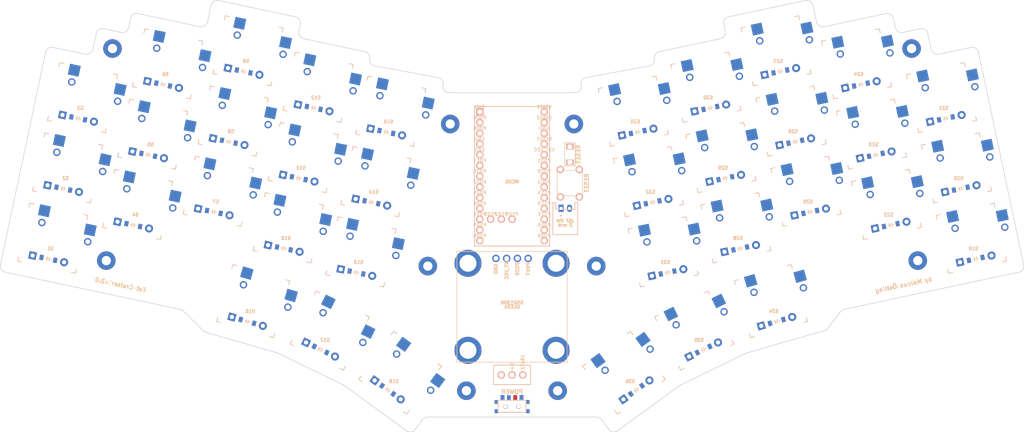
<source format=kicad_pcb>
(kicad_pcb (version 20240108) (generator "ergogen") (generator_version "4.2.1")
  (title_block (title "fat_cruiser") (date "2025-12-21") (rev "v2.0.0") (company "Marcus Östling"))
  (layers (0 "F.Cu" signal) (31 "B.Cu" signal) (34 "B.Paste" user) (35 "F.Paste" user) (36 "B.SilkS" user "B.Silkscreen") (37 "F.SilkS" user "F.Silkscreen") (38 "B.Mask" user) (39 "F.Mask" user) (44 "Edge.Cuts" user))
  (net 0 "")
  (net 1 "P006")
  (net 2 "pinky_bottom")
  (net 3 "pinky_home")
  (net 4 "pinky_top")
  (net 5 "P008")
  (net 6 "ring_bottom")
  (net 7 "ring_home")
  (net 8 "ring_top")
  (net 9 "P022")
  (net 10 "middle_bottom")
  (net 11 "middle_home")
  (net 12 "middle_top")
  (net 13 "P024")
  (net 14 "index_bottom")
  (net 15 "index_home")
  (net 16 "index_top")
  (net 17 "P100")
  (net 18 "far_bottom")
  (net 19 "far_home")
  (net 20 "far_top")
  (net 21 "middle_thumb")
  (net 22 "index_thumb")
  (net 23 "far_thumb")
  (net 24 "P031")
  (net 25 "mirror_pinky_bottom")
  (net 26 "mirror_pinky_home")
  (net 27 "mirror_pinky_top")
  (net 28 "P029")
  (net 29 "mirror_ring_bottom")
  (net 30 "mirror_ring_home")
  (net 31 "mirror_ring_top")
  (net 32 "P002")
  (net 33 "mirror_middle_bottom")
  (net 34 "mirror_middle_home")
  (net 35 "mirror_middle_top")
  (net 36 "P115")
  (net 37 "mirror_index_bottom")
  (net 38 "mirror_index_home")
  (net 39 "mirror_index_top")
  (net 40 "P011")
  (net 41 "mirror_far_bottom")
  (net 42 "mirror_far_home")
  (net 43 "mirror_far_top")
  (net 44 "mirror_middle_thumb")
  (net 45 "mirror_index_thumb")
  (net 46 "mirror_far_thumb")
  (net 47 "P010")
  (net 48 "P111")
  (net 49 "P113")
  (net 50 "P009")
  (net 51 "BAT_GND")
  (net 52 "GND")
  (net 53 "P017")
  (net 54 "P020")
  (net 55 "P104")
  (net 56 "P106")
  (net 57 "VBAT1")
  (net 58 "VBAT2")
  (net 59 "RESET")
  (net 60 "EXT_VCC")
  (net 61 "P101")
  (net 62 "P102")
  (net 63 "P107")
  (net 64 "B+")
  (module PG1350 (layer F.Cu) (at 41.8102774 111.1211083 -12)
    (fp_text reference "S1" hide)
    (fp_text value "" hide)
    (fp_text user "S1" (at 0 2.5 0) (layer F.SilkS) (effects (font (size 0.8 0.8))))
    (fp_text user "S1" (at 0 2.5 0) (layer B.SilkS) (effects (font (size 0.8 0.8)) (justify mirror)))
    (pad "" np_thru_hole circle (at 0 0) (size 3.429 3.429) (drill 3.429) (layers *.Cu *.Mask))
    (pad "" np_thru_hole circle (at 5.5 0) (size 1.7018 1.7018) (drill 1.7018) (layers *.Cu *.Mask))
    (pad "" np_thru_hole circle (at -5.5 0) (size 1.7018 1.7018) (drill 1.7018) (layers *.Cu *.Mask))
    (pad "" np_thru_hole circle (at 5 -3.75) (size 3 3) (drill 3) (layers *.Cu *.Mask))
    (pad "" np_thru_hole circle (at 0 -5.95) (size 3 3) (drill 3) (layers *.Cu *.Mask))
    (pad 1 smd rect (at -3.275 -5.95 -12) (size 2.6 2.6) (layers B.Cu B.Paste B.Mask) (net 1 "P006"))
    (pad 2 smd rect (at 8.275 -3.75 -12) (size 2.6 2.6) (layers B.Cu B.Paste B.Mask) (net 2 "pinky_bottom"))
    (pad 1 thru_hole circle (at -3.275 -3.10) (size 1.7526 1.7526) (drill 1.0922) (layers *.Cu *.Mask) (net 1 "P006"))
    (pad 2 thru_hole circle (at 8.275 -0.90) (size 1.7526 1.7526) (drill 1.0922) (layers *.Cu *.Mask) (net 2 "pinky_bottom"))
  )
  (module PG1350 (layer F.Cu) (at 45.3447761 94.4925991 -12)
    (fp_text reference "S2" hide)
    (fp_text value "" hide)
    (fp_text user "S2" (at 0 2.5 0) (layer F.SilkS) (effects (font (size 0.8 0.8))))
    (fp_text user "S2" (at 0 2.5 0) (layer B.SilkS) (effects (font (size 0.8 0.8)) (justify mirror)))
    (pad "" np_thru_hole circle (at 0 0) (size 3.429 3.429) (drill 3.429) (layers *.Cu *.Mask))
    (pad "" np_thru_hole circle (at 5.5 0) (size 1.7018 1.7018) (drill 1.7018) (layers *.Cu *.Mask))
    (pad "" np_thru_hole circle (at -5.5 0) (size 1.7018 1.7018) (drill 1.7018) (layers *.Cu *.Mask))
    (pad "" np_thru_hole circle (at 5 -3.75) (size 3 3) (drill 3) (layers *.Cu *.Mask))
    (pad "" np_thru_hole circle (at 0 -5.95) (size 3 3) (drill 3) (layers *.Cu *.Mask))
    (pad 1 smd rect (at -3.275 -5.95 -12) (size 2.6 2.6) (layers B.Cu B.Paste B.Mask) (net 1 "P006"))
    (pad 2 smd rect (at 8.275 -3.75 -12) (size 2.6 2.6) (layers B.Cu B.Paste B.Mask) (net 3 "pinky_home"))
    (pad 1 thru_hole circle (at -3.275 -3.10) (size 1.7526 1.7526) (drill 1.0922) (layers *.Cu *.Mask) (net 1 "P006"))
    (pad 2 thru_hole circle (at 8.275 -0.90) (size 1.7526 1.7526) (drill 1.0922) (layers *.Cu *.Mask) (net 3 "pinky_home"))
  )
  (module PG1350 (layer F.Cu) (at 48.8792749 77.8640899 -12)
    (fp_text reference "S3" hide)
    (fp_text value "" hide)
    (fp_text user "S3" (at 0 2.5 0) (layer F.SilkS) (effects (font (size 0.8 0.8))))
    (fp_text user "S3" (at 0 2.5 0) (layer B.SilkS) (effects (font (size 0.8 0.8)) (justify mirror)))
    (pad "" np_thru_hole circle (at 0 0) (size 3.429 3.429) (drill 3.429) (layers *.Cu *.Mask))
    (pad "" np_thru_hole circle (at 5.5 0) (size 1.7018 1.7018) (drill 1.7018) (layers *.Cu *.Mask))
    (pad "" np_thru_hole circle (at -5.5 0) (size 1.7018 1.7018) (drill 1.7018) (layers *.Cu *.Mask))
    (pad "" np_thru_hole circle (at 5 -3.75) (size 3 3) (drill 3) (layers *.Cu *.Mask))
    (pad "" np_thru_hole circle (at 0 -5.95) (size 3 3) (drill 3) (layers *.Cu *.Mask))
    (pad 1 smd rect (at -3.275 -5.95 -12) (size 2.6 2.6) (layers B.Cu B.Paste B.Mask) (net 1 "P006"))
    (pad 2 smd rect (at 8.275 -3.75 -12) (size 2.6 2.6) (layers B.Cu B.Paste B.Mask) (net 4 "pinky_top"))
    (pad 1 thru_hole circle (at -3.275 -3.10) (size 1.7526 1.7526) (drill 1.0922) (layers *.Cu *.Mask) (net 1 "P006"))
    (pad 2 thru_hole circle (at 8.275 -0.90) (size 1.7526 1.7526) (drill 1.0922) (layers *.Cu *.Mask) (net 4 "pinky_top"))
  )
  (module PG1350 (layer F.Cu) (at 61.9118745 103.1257475 -12)
    (fp_text reference "S4" hide)
    (fp_text value "" hide)
    (fp_text user "S4" (at 0 2.5 0) (layer F.SilkS) (effects (font (size 0.8 0.8))))
    (fp_text user "S4" (at 0 2.5 0) (layer B.SilkS) (effects (font (size 0.8 0.8)) (justify mirror)))
    (pad "" np_thru_hole circle (at 0 0) (size 3.429 3.429) (drill 3.429) (layers *.Cu *.Mask))
    (pad "" np_thru_hole circle (at 5.5 0) (size 1.7018 1.7018) (drill 1.7018) (layers *.Cu *.Mask))
    (pad "" np_thru_hole circle (at -5.5 0) (size 1.7018 1.7018) (drill 1.7018) (layers *.Cu *.Mask))
    (pad "" np_thru_hole circle (at 5 -3.75) (size 3 3) (drill 3) (layers *.Cu *.Mask))
    (pad "" np_thru_hole circle (at 0 -5.95) (size 3 3) (drill 3) (layers *.Cu *.Mask))
    (pad 1 smd rect (at -3.275 -5.95 -12) (size 2.6 2.6) (layers B.Cu B.Paste B.Mask) (net 5 "P008"))
    (pad 2 smd rect (at 8.275 -3.75 -12) (size 2.6 2.6) (layers B.Cu B.Paste B.Mask) (net 6 "ring_bottom"))
    (pad 1 thru_hole circle (at -3.275 -3.10) (size 1.7526 1.7526) (drill 1.0922) (layers *.Cu *.Mask) (net 5 "P008"))
    (pad 2 thru_hole circle (at 8.275 -0.90) (size 1.7526 1.7526) (drill 1.0922) (layers *.Cu *.Mask) (net 6 "ring_bottom"))
  )
  (module PG1350 (layer F.Cu) (at 65.4463732 86.4972383 -12)
    (fp_text reference "S5" hide)
    (fp_text value "" hide)
    (fp_text user "S5" (at 0 2.5 0) (layer F.SilkS) (effects (font (size 0.8 0.8))))
    (fp_text user "S5" (at 0 2.5 0) (layer B.SilkS) (effects (font (size 0.8 0.8)) (justify mirror)))
    (pad "" np_thru_hole circle (at 0 0) (size 3.429 3.429) (drill 3.429) (layers *.Cu *.Mask))
    (pad "" np_thru_hole circle (at 5.5 0) (size 1.7018 1.7018) (drill 1.7018) (layers *.Cu *.Mask))
    (pad "" np_thru_hole circle (at -5.5 0) (size 1.7018 1.7018) (drill 1.7018) (layers *.Cu *.Mask))
    (pad "" np_thru_hole circle (at 5 -3.75) (size 3 3) (drill 3) (layers *.Cu *.Mask))
    (pad "" np_thru_hole circle (at 0 -5.95) (size 3 3) (drill 3) (layers *.Cu *.Mask))
    (pad 1 smd rect (at -3.275 -5.95 -12) (size 2.6 2.6) (layers B.Cu B.Paste B.Mask) (net 5 "P008"))
    (pad 2 smd rect (at 8.275 -3.75 -12) (size 2.6 2.6) (layers B.Cu B.Paste B.Mask) (net 7 "ring_home"))
    (pad 1 thru_hole circle (at -3.275 -3.10) (size 1.7526 1.7526) (drill 1.0922) (layers *.Cu *.Mask) (net 5 "P008"))
    (pad 2 thru_hole circle (at 8.275 -0.90) (size 1.7526 1.7526) (drill 1.0922) (layers *.Cu *.Mask) (net 7 "ring_home"))
  )
  (module PG1350 (layer F.Cu) (at 68.980872 69.8687291 -12)
    (fp_text reference "S6" hide)
    (fp_text value "" hide)
    (fp_text user "S6" (at 0 2.5 0) (layer F.SilkS) (effects (font (size 0.8 0.8))))
    (fp_text user "S6" (at 0 2.5 0) (layer B.SilkS) (effects (font (size 0.8 0.8)) (justify mirror)))
    (pad "" np_thru_hole circle (at 0 0) (size 3.429 3.429) (drill 3.429) (layers *.Cu *.Mask))
    (pad "" np_thru_hole circle (at 5.5 0) (size 1.7018 1.7018) (drill 1.7018) (layers *.Cu *.Mask))
    (pad "" np_thru_hole circle (at -5.5 0) (size 1.7018 1.7018) (drill 1.7018) (layers *.Cu *.Mask))
    (pad "" np_thru_hole circle (at 5 -3.75) (size 3 3) (drill 3) (layers *.Cu *.Mask))
    (pad "" np_thru_hole circle (at 0 -5.95) (size 3 3) (drill 3) (layers *.Cu *.Mask))
    (pad 1 smd rect (at -3.275 -5.95 -12) (size 2.6 2.6) (layers B.Cu B.Paste B.Mask) (net 5 "P008"))
    (pad 2 smd rect (at 8.275 -3.75 -12) (size 2.6 2.6) (layers B.Cu B.Paste B.Mask) (net 8 "ring_top"))
    (pad 1 thru_hole circle (at -3.275 -3.10) (size 1.7526 1.7526) (drill 1.0922) (layers *.Cu *.Mask) (net 5 "P008"))
    (pad 2 thru_hole circle (at 8.275 -0.90) (size 1.7526 1.7526) (drill 1.0922) (layers *.Cu *.Mask) (net 8 "ring_top"))
  )
  (module PG1350 (layer F.Cu) (at 80.9739131 100.0211247 -12)
    (fp_text reference "S7" hide)
    (fp_text value "" hide)
    (fp_text user "S7" (at 0 2.5 0) (layer F.SilkS) (effects (font (size 0.8 0.8))))
    (fp_text user "S7" (at 0 2.5 0) (layer B.SilkS) (effects (font (size 0.8 0.8)) (justify mirror)))
    (pad "" np_thru_hole circle (at 0 0) (size 3.429 3.429) (drill 3.429) (layers *.Cu *.Mask))
    (pad "" np_thru_hole circle (at 5.5 0) (size 1.7018 1.7018) (drill 1.7018) (layers *.Cu *.Mask))
    (pad "" np_thru_hole circle (at -5.5 0) (size 1.7018 1.7018) (drill 1.7018) (layers *.Cu *.Mask))
    (pad "" np_thru_hole circle (at 5 -3.75) (size 3 3) (drill 3) (layers *.Cu *.Mask))
    (pad "" np_thru_hole circle (at 0 -5.95) (size 3 3) (drill 3) (layers *.Cu *.Mask))
    (pad 1 smd rect (at -3.275 -5.95 -12) (size 2.6 2.6) (layers B.Cu B.Paste B.Mask) (net 9 "P022"))
    (pad 2 smd rect (at 8.275 -3.75 -12) (size 2.6 2.6) (layers B.Cu B.Paste B.Mask) (net 10 "middle_bottom"))
    (pad 1 thru_hole circle (at -3.275 -3.10) (size 1.7526 1.7526) (drill 1.0922) (layers *.Cu *.Mask) (net 9 "P022"))
    (pad 2 thru_hole circle (at 8.275 -0.90) (size 1.7526 1.7526) (drill 1.0922) (layers *.Cu *.Mask) (net 10 "middle_bottom"))
  )
  (module PG1350 (layer F.Cu) (at 84.5084119 83.3926155 -12)
    (fp_text reference "S8" hide)
    (fp_text value "" hide)
    (fp_text user "S8" (at 0 2.5 0) (layer F.SilkS) (effects (font (size 0.8 0.8))))
    (fp_text user "S8" (at 0 2.5 0) (layer B.SilkS) (effects (font (size 0.8 0.8)) (justify mirror)))
    (pad "" np_thru_hole circle (at 0 0) (size 3.429 3.429) (drill 3.429) (layers *.Cu *.Mask))
    (pad "" np_thru_hole circle (at 5.5 0) (size 1.7018 1.7018) (drill 1.7018) (layers *.Cu *.Mask))
    (pad "" np_thru_hole circle (at -5.5 0) (size 1.7018 1.7018) (drill 1.7018) (layers *.Cu *.Mask))
    (pad "" np_thru_hole circle (at 5 -3.75) (size 3 3) (drill 3) (layers *.Cu *.Mask))
    (pad "" np_thru_hole circle (at 0 -5.95) (size 3 3) (drill 3) (layers *.Cu *.Mask))
    (pad 1 smd rect (at -3.275 -5.95 -12) (size 2.6 2.6) (layers B.Cu B.Paste B.Mask) (net 9 "P022"))
    (pad 2 smd rect (at 8.275 -3.75 -12) (size 2.6 2.6) (layers B.Cu B.Paste B.Mask) (net 11 "middle_home"))
    (pad 1 thru_hole circle (at -3.275 -3.10) (size 1.7526 1.7526) (drill 1.0922) (layers *.Cu *.Mask) (net 9 "P022"))
    (pad 2 thru_hole circle (at 8.275 -0.90) (size 1.7526 1.7526) (drill 1.0922) (layers *.Cu *.Mask) (net 11 "middle_home"))
  )
  (module PG1350 (layer F.Cu) (at 88.0429106 66.7641063 -12)
    (fp_text reference "S9" hide)
    (fp_text value "" hide)
    (fp_text user "S9" (at 0 2.5 0) (layer F.SilkS) (effects (font (size 0.8 0.8))))
    (fp_text user "S9" (at 0 2.5 0) (layer B.SilkS) (effects (font (size 0.8 0.8)) (justify mirror)))
    (pad "" np_thru_hole circle (at 0 0) (size 3.429 3.429) (drill 3.429) (layers *.Cu *.Mask))
    (pad "" np_thru_hole circle (at 5.5 0) (size 1.7018 1.7018) (drill 1.7018) (layers *.Cu *.Mask))
    (pad "" np_thru_hole circle (at -5.5 0) (size 1.7018 1.7018) (drill 1.7018) (layers *.Cu *.Mask))
    (pad "" np_thru_hole circle (at 5 -3.75) (size 3 3) (drill 3) (layers *.Cu *.Mask))
    (pad "" np_thru_hole circle (at 0 -5.95) (size 3 3) (drill 3) (layers *.Cu *.Mask))
    (pad 1 smd rect (at -3.275 -5.95 -12) (size 2.6 2.6) (layers B.Cu B.Paste B.Mask) (net 9 "P022"))
    (pad 2 smd rect (at 8.275 -3.75 -12) (size 2.6 2.6) (layers B.Cu B.Paste B.Mask) (net 12 "middle_top"))
    (pad 1 thru_hole circle (at -3.275 -3.10) (size 1.7526 1.7526) (drill 1.0922) (layers *.Cu *.Mask) (net 9 "P022"))
    (pad 2 thru_hole circle (at 8.275 -0.90) (size 1.7526 1.7526) (drill 1.0922) (layers *.Cu *.Mask) (net 12 "middle_top"))
  )
  (module PG1350 (layer F.Cu) (at 97.5410115 108.6542732 -12)
    (fp_text reference "S10" hide)
    (fp_text value "" hide)
    (fp_text user "S10" (at 0 2.5 0) (layer F.SilkS) (effects (font (size 0.8 0.8))))
    (fp_text user "S10" (at 0 2.5 0) (layer B.SilkS) (effects (font (size 0.8 0.8)) (justify mirror)))
    (pad "" np_thru_hole circle (at 0 0) (size 3.429 3.429) (drill 3.429) (layers *.Cu *.Mask))
    (pad "" np_thru_hole circle (at 5.5 0) (size 1.7018 1.7018) (drill 1.7018) (layers *.Cu *.Mask))
    (pad "" np_thru_hole circle (at -5.5 0) (size 1.7018 1.7018) (drill 1.7018) (layers *.Cu *.Mask))
    (pad "" np_thru_hole circle (at 5 -3.75) (size 3 3) (drill 3) (layers *.Cu *.Mask))
    (pad "" np_thru_hole circle (at 0 -5.95) (size 3 3) (drill 3) (layers *.Cu *.Mask))
    (pad 1 smd rect (at -3.275 -5.95 -12) (size 2.6 2.6) (layers B.Cu B.Paste B.Mask) (net 13 "P024"))
    (pad 2 smd rect (at 8.275 -3.75 -12) (size 2.6 2.6) (layers B.Cu B.Paste B.Mask) (net 14 "index_bottom"))
    (pad 1 thru_hole circle (at -3.275 -3.10) (size 1.7526 1.7526) (drill 1.0922) (layers *.Cu *.Mask) (net 13 "P024"))
    (pad 2 thru_hole circle (at 8.275 -0.90) (size 1.7526 1.7526) (drill 1.0922) (layers *.Cu *.Mask) (net 14 "index_bottom"))
  )
  (module PG1350 (layer F.Cu) (at 101.0755102 92.025764 -12)
    (fp_text reference "S11" hide)
    (fp_text value "" hide)
    (fp_text user "S11" (at 0 2.5 0) (layer F.SilkS) (effects (font (size 0.8 0.8))))
    (fp_text user "S11" (at 0 2.5 0) (layer B.SilkS) (effects (font (size 0.8 0.8)) (justify mirror)))
    (pad "" np_thru_hole circle (at 0 0) (size 3.429 3.429) (drill 3.429) (layers *.Cu *.Mask))
    (pad "" np_thru_hole circle (at 5.5 0) (size 1.7018 1.7018) (drill 1.7018) (layers *.Cu *.Mask))
    (pad "" np_thru_hole circle (at -5.5 0) (size 1.7018 1.7018) (drill 1.7018) (layers *.Cu *.Mask))
    (pad "" np_thru_hole circle (at 5 -3.75) (size 3 3) (drill 3) (layers *.Cu *.Mask))
    (pad "" np_thru_hole circle (at 0 -5.95) (size 3 3) (drill 3) (layers *.Cu *.Mask))
    (pad 1 smd rect (at -3.275 -5.95 -12) (size 2.6 2.6) (layers B.Cu B.Paste B.Mask) (net 13 "P024"))
    (pad 2 smd rect (at 8.275 -3.75 -12) (size 2.6 2.6) (layers B.Cu B.Paste B.Mask) (net 15 "index_home"))
    (pad 1 thru_hole circle (at -3.275 -3.10) (size 1.7526 1.7526) (drill 1.0922) (layers *.Cu *.Mask) (net 13 "P024"))
    (pad 2 thru_hole circle (at 8.275 -0.90) (size 1.7526 1.7526) (drill 1.0922) (layers *.Cu *.Mask) (net 15 "index_home"))
  )
  (module PG1350 (layer F.Cu) (at 104.610009 75.3972548 -12)
    (fp_text reference "S12" hide)
    (fp_text value "" hide)
    (fp_text user "S12" (at 0 2.5 0) (layer F.SilkS) (effects (font (size 0.8 0.8))))
    (fp_text user "S12" (at 0 2.5 0) (layer B.SilkS) (effects (font (size 0.8 0.8)) (justify mirror)))
    (pad "" np_thru_hole circle (at 0 0) (size 3.429 3.429) (drill 3.429) (layers *.Cu *.Mask))
    (pad "" np_thru_hole circle (at 5.5 0) (size 1.7018 1.7018) (drill 1.7018) (layers *.Cu *.Mask))
    (pad "" np_thru_hole circle (at -5.5 0) (size 1.7018 1.7018) (drill 1.7018) (layers *.Cu *.Mask))
    (pad "" np_thru_hole circle (at 5 -3.75) (size 3 3) (drill 3) (layers *.Cu *.Mask))
    (pad "" np_thru_hole circle (at 0 -5.95) (size 3 3) (drill 3) (layers *.Cu *.Mask))
    (pad 1 smd rect (at -3.275 -5.95 -12) (size 2.6 2.6) (layers B.Cu B.Paste B.Mask) (net 13 "P024"))
    (pad 2 smd rect (at 8.275 -3.75 -12) (size 2.6 2.6) (layers B.Cu B.Paste B.Mask) (net 16 "index_top"))
    (pad 1 thru_hole circle (at -3.275 -3.10) (size 1.7526 1.7526) (drill 1.0922) (layers *.Cu *.Mask) (net 13 "P024"))
    (pad 2 thru_hole circle (at 8.275 -0.90) (size 1.7526 1.7526) (drill 1.0922) (layers *.Cu *.Mask) (net 16 "index_top"))
  )
  (module PG1350 (layer F.Cu) (at 114.7318449 114.3529788 -12)
    (fp_text reference "S13" hide)
    (fp_text value "" hide)
    (fp_text user "S13" (at 0 2.5 0) (layer F.SilkS) (effects (font (size 0.8 0.8))))
    (fp_text user "S13" (at 0 2.5 0) (layer B.SilkS) (effects (font (size 0.8 0.8)) (justify mirror)))
    (pad "" np_thru_hole circle (at 0 0) (size 3.429 3.429) (drill 3.429) (layers *.Cu *.Mask))
    (pad "" np_thru_hole circle (at 5.5 0) (size 1.7018 1.7018) (drill 1.7018) (layers *.Cu *.Mask))
    (pad "" np_thru_hole circle (at -5.5 0) (size 1.7018 1.7018) (drill 1.7018) (layers *.Cu *.Mask))
    (pad "" np_thru_hole circle (at 5 -3.75) (size 3 3) (drill 3) (layers *.Cu *.Mask))
    (pad "" np_thru_hole circle (at 0 -5.95) (size 3 3) (drill 3) (layers *.Cu *.Mask))
    (pad 1 smd rect (at -3.275 -5.95 -12) (size 2.6 2.6) (layers B.Cu B.Paste B.Mask) (net 17 "P100"))
    (pad 2 smd rect (at 8.275 -3.75 -12) (size 2.6 2.6) (layers B.Cu B.Paste B.Mask) (net 18 "far_bottom"))
    (pad 1 thru_hole circle (at -3.275 -3.10) (size 1.7526 1.7526) (drill 1.0922) (layers *.Cu *.Mask) (net 17 "P100"))
    (pad 2 thru_hole circle (at 8.275 -0.90) (size 1.7526 1.7526) (drill 1.0922) (layers *.Cu *.Mask) (net 18 "far_bottom"))
  )
  (module PG1350 (layer F.Cu) (at 118.2663437 97.7244696 -12)
    (fp_text reference "S14" hide)
    (fp_text value "" hide)
    (fp_text user "S14" (at 0 2.5 0) (layer F.SilkS) (effects (font (size 0.8 0.8))))
    (fp_text user "S14" (at 0 2.5 0) (layer B.SilkS) (effects (font (size 0.8 0.8)) (justify mirror)))
    (pad "" np_thru_hole circle (at 0 0) (size 3.429 3.429) (drill 3.429) (layers *.Cu *.Mask))
    (pad "" np_thru_hole circle (at 5.5 0) (size 1.7018 1.7018) (drill 1.7018) (layers *.Cu *.Mask))
    (pad "" np_thru_hole circle (at -5.5 0) (size 1.7018 1.7018) (drill 1.7018) (layers *.Cu *.Mask))
    (pad "" np_thru_hole circle (at 5 -3.75) (size 3 3) (drill 3) (layers *.Cu *.Mask))
    (pad "" np_thru_hole circle (at 0 -5.95) (size 3 3) (drill 3) (layers *.Cu *.Mask))
    (pad 1 smd rect (at -3.275 -5.95 -12) (size 2.6 2.6) (layers B.Cu B.Paste B.Mask) (net 17 "P100"))
    (pad 2 smd rect (at 8.275 -3.75 -12) (size 2.6 2.6) (layers B.Cu B.Paste B.Mask) (net 19 "far_home"))
    (pad 1 thru_hole circle (at -3.275 -3.10) (size 1.7526 1.7526) (drill 1.0922) (layers *.Cu *.Mask) (net 17 "P100"))
    (pad 2 thru_hole circle (at 8.275 -0.90) (size 1.7526 1.7526) (drill 1.0922) (layers *.Cu *.Mask) (net 19 "far_home"))
  )
  (module PG1350 (layer F.Cu) (at 121.8008424 81.0959604 -12)
    (fp_text reference "S15" hide)
    (fp_text value "" hide)
    (fp_text user "S15" (at 0 2.5 0) (layer F.SilkS) (effects (font (size 0.8 0.8))))
    (fp_text user "S15" (at 0 2.5 0) (layer B.SilkS) (effects (font (size 0.8 0.8)) (justify mirror)))
    (pad "" np_thru_hole circle (at 0 0) (size 3.429 3.429) (drill 3.429) (layers *.Cu *.Mask))
    (pad "" np_thru_hole circle (at 5.5 0) (size 1.7018 1.7018) (drill 1.7018) (layers *.Cu *.Mask))
    (pad "" np_thru_hole circle (at -5.5 0) (size 1.7018 1.7018) (drill 1.7018) (layers *.Cu *.Mask))
    (pad "" np_thru_hole circle (at 5 -3.75) (size 3 3) (drill 3) (layers *.Cu *.Mask))
    (pad "" np_thru_hole circle (at 0 -5.95) (size 3 3) (drill 3) (layers *.Cu *.Mask))
    (pad 1 smd rect (at -3.275 -5.95 -12) (size 2.6 2.6) (layers B.Cu B.Paste B.Mask) (net 17 "P100"))
    (pad 2 smd rect (at 8.275 -3.75 -12) (size 2.6 2.6) (layers B.Cu B.Paste B.Mask) (net 20 "far_top"))
    (pad 1 thru_hole circle (at -3.275 -3.10) (size 1.7526 1.7526) (drill 1.0922) (layers *.Cu *.Mask) (net 17 "P100"))
    (pad 2 thru_hole circle (at 8.275 -0.90) (size 1.7526 1.7526) (drill 1.0922) (layers *.Cu *.Mask) (net 20 "far_top"))
  )
  (module PG1350 (layer F.Cu) (at 89.2513987 126.0100307 -16)
    (fp_text reference "S16" hide)
    (fp_text value "" hide)
    (fp_text user "S16" (at 0 2.5 0) (layer F.SilkS) (effects (font (size 0.8 0.8))))
    (fp_text user "S16" (at 0 2.5 0) (layer B.SilkS) (effects (font (size 0.8 0.8)) (justify mirror)))
    (pad "" np_thru_hole circle (at 0 0) (size 3.429 3.429) (drill 3.429) (layers *.Cu *.Mask))
    (pad "" np_thru_hole circle (at 5.5 0) (size 1.7018 1.7018) (drill 1.7018) (layers *.Cu *.Mask))
    (pad "" np_thru_hole circle (at -5.5 0) (size 1.7018 1.7018) (drill 1.7018) (layers *.Cu *.Mask))
    (pad "" np_thru_hole circle (at 5 -3.75) (size 3 3) (drill 3) (layers *.Cu *.Mask))
    (pad "" np_thru_hole circle (at 0 -5.95) (size 3 3) (drill 3) (layers *.Cu *.Mask))
    (pad 1 smd rect (at -3.275 -5.95 -16) (size 2.6 2.6) (layers B.Cu B.Paste B.Mask) (net 9 "P022"))
    (pad 2 smd rect (at 8.275 -3.75 -16) (size 2.6 2.6) (layers B.Cu B.Paste B.Mask) (net 21 "middle_thumb"))
    (pad 1 thru_hole circle (at -3.275 -3.10) (size 1.7526 1.7526) (drill 1.0922) (layers *.Cu *.Mask) (net 9 "P022"))
    (pad 2 thru_hole circle (at 8.275 -0.90) (size 1.7526 1.7526) (drill 1.0922) (layers *.Cu *.Mask) (net 21 "middle_thumb"))
  )
  (module PG1350 (layer F.Cu) (at 107.3751376 132.9670823 -26)
    (fp_text reference "S17" hide)
    (fp_text value "" hide)
    (fp_text user "S17" (at 0 2.5 0) (layer F.SilkS) (effects (font (size 0.8 0.8))))
    (fp_text user "S17" (at 0 2.5 0) (layer B.SilkS) (effects (font (size 0.8 0.8)) (justify mirror)))
    (pad "" np_thru_hole circle (at 0 0) (size 3.429 3.429) (drill 3.429) (layers *.Cu *.Mask))
    (pad "" np_thru_hole circle (at 5.5 0) (size 1.7018 1.7018) (drill 1.7018) (layers *.Cu *.Mask))
    (pad "" np_thru_hole circle (at -5.5 0) (size 1.7018 1.7018) (drill 1.7018) (layers *.Cu *.Mask))
    (pad "" np_thru_hole circle (at 5 -3.75) (size 3 3) (drill 3) (layers *.Cu *.Mask))
    (pad "" np_thru_hole circle (at 0 -5.95) (size 3 3) (drill 3) (layers *.Cu *.Mask))
    (pad 1 smd rect (at -3.275 -5.95 -26) (size 2.6 2.6) (layers B.Cu B.Paste B.Mask) (net 13 "P024"))
    (pad 2 smd rect (at 8.275 -3.75 -26) (size 2.6 2.6) (layers B.Cu B.Paste B.Mask) (net 22 "index_thumb"))
    (pad 1 thru_hole circle (at -3.275 -3.10) (size 1.7526 1.7526) (drill 1.0922) (layers *.Cu *.Mask) (net 13 "P024"))
    (pad 2 thru_hole circle (at 8.275 -0.90) (size 1.7526 1.7526) (drill 1.0922) (layers *.Cu *.Mask) (net 22 "index_thumb"))
  )
  (module PG1350 (layer F.Cu) (at 124.0154567 142.9655948 -36)
    (fp_text reference "S18" hide)
    (fp_text value "" hide)
    (fp_text user "S18" (at 0 2.5 0) (layer F.SilkS) (effects (font (size 0.8 0.8))))
    (fp_text user "S18" (at 0 2.5 0) (layer B.SilkS) (effects (font (size 0.8 0.8)) (justify mirror)))
    (pad "" np_thru_hole circle (at 0 0) (size 3.429 3.429) (drill 3.429) (layers *.Cu *.Mask))
    (pad "" np_thru_hole circle (at 5.5 0) (size 1.7018 1.7018) (drill 1.7018) (layers *.Cu *.Mask))
    (pad "" np_thru_hole circle (at -5.5 0) (size 1.7018 1.7018) (drill 1.7018) (layers *.Cu *.Mask))
    (pad "" np_thru_hole circle (at 5 -3.75) (size 3 3) (drill 3) (layers *.Cu *.Mask))
    (pad "" np_thru_hole circle (at 0 -5.95) (size 3 3) (drill 3) (layers *.Cu *.Mask))
    (pad 1 smd rect (at -3.275 -5.95 -36) (size 2.6 2.6) (layers B.Cu B.Paste B.Mask) (net 17 "P100"))
    (pad 2 smd rect (at 8.275 -3.75 -36) (size 2.6 2.6) (layers B.Cu B.Paste B.Mask) (net 23 "far_thumb"))
    (pad 1 thru_hole circle (at -3.275 -3.10) (size 1.7526 1.7526) (drill 1.0922) (layers *.Cu *.Mask) (net 17 "P100"))
    (pad 2 thru_hole circle (at 8.275 -0.90) (size 1.7526 1.7526) (drill 1.0922) (layers *.Cu *.Mask) (net 23 "far_thumb"))
  )
  (module PG1350 (layer F.Cu) (at 259.2097406 111.1211083 12)
    (fp_text reference "S19" hide)
    (fp_text value "" hide)
    (fp_text user "S19" (at 0 2.5 0) (layer F.SilkS) (effects (font (size 0.8 0.8))))
    (fp_text user "S19" (at 0 2.5 0) (layer B.SilkS) (effects (font (size 0.8 0.8)) (justify mirror)))
    (pad "" np_thru_hole circle (at 0 0) (size 3.429 3.429) (drill 3.429) (layers *.Cu *.Mask))
    (pad "" np_thru_hole circle (at 5.5 0) (size 1.7018 1.7018) (drill 1.7018) (layers *.Cu *.Mask))
    (pad "" np_thru_hole circle (at -5.5 0) (size 1.7018 1.7018) (drill 1.7018) (layers *.Cu *.Mask))
    (pad "" np_thru_hole circle (at 5 -3.75) (size 3 3) (drill 3) (layers *.Cu *.Mask))
    (pad "" np_thru_hole circle (at 0 -5.95) (size 3 3) (drill 3) (layers *.Cu *.Mask))
    (pad 1 smd rect (at -3.275 -5.95 12) (size 2.6 2.6) (layers B.Cu B.Paste B.Mask) (net 24 "P031"))
    (pad 2 smd rect (at 8.275 -3.75 12) (size 2.6 2.6) (layers B.Cu B.Paste B.Mask) (net 25 "mirror_pinky_bottom"))
    (pad 1 thru_hole circle (at -3.275 -3.10) (size 1.7526 1.7526) (drill 1.0922) (layers *.Cu *.Mask) (net 24 "P031"))
    (pad 2 thru_hole circle (at 8.275 -0.90) (size 1.7526 1.7526) (drill 1.0922) (layers *.Cu *.Mask) (net 25 "mirror_pinky_bottom"))
  )
  (module PG1350 (layer F.Cu) (at 255.6752419 94.4925991 12)
    (fp_text reference "S20" hide)
    (fp_text value "" hide)
    (fp_text user "S20" (at 0 2.5 0) (layer F.SilkS) (effects (font (size 0.8 0.8))))
    (fp_text user "S20" (at 0 2.5 0) (layer B.SilkS) (effects (font (size 0.8 0.8)) (justify mirror)))
    (pad "" np_thru_hole circle (at 0 0) (size 3.429 3.429) (drill 3.429) (layers *.Cu *.Mask))
    (pad "" np_thru_hole circle (at 5.5 0) (size 1.7018 1.7018) (drill 1.7018) (layers *.Cu *.Mask))
    (pad "" np_thru_hole circle (at -5.5 0) (size 1.7018 1.7018) (drill 1.7018) (layers *.Cu *.Mask))
    (pad "" np_thru_hole circle (at 5 -3.75) (size 3 3) (drill 3) (layers *.Cu *.Mask))
    (pad "" np_thru_hole circle (at 0 -5.95) (size 3 3) (drill 3) (layers *.Cu *.Mask))
    (pad 1 smd rect (at -3.275 -5.95 12) (size 2.6 2.6) (layers B.Cu B.Paste B.Mask) (net 24 "P031"))
    (pad 2 smd rect (at 8.275 -3.75 12) (size 2.6 2.6) (layers B.Cu B.Paste B.Mask) (net 26 "mirror_pinky_home"))
    (pad 1 thru_hole circle (at -3.275 -3.10) (size 1.7526 1.7526) (drill 1.0922) (layers *.Cu *.Mask) (net 24 "P031"))
    (pad 2 thru_hole circle (at 8.275 -0.90) (size 1.7526 1.7526) (drill 1.0922) (layers *.Cu *.Mask) (net 26 "mirror_pinky_home"))
  )
  (module PG1350 (layer F.Cu) (at 252.1407431 77.8640899 12)
    (fp_text reference "S21" hide)
    (fp_text value "" hide)
    (fp_text user "S21" (at 0 2.5 0) (layer F.SilkS) (effects (font (size 0.8 0.8))))
    (fp_text user "S21" (at 0 2.5 0) (layer B.SilkS) (effects (font (size 0.8 0.8)) (justify mirror)))
    (pad "" np_thru_hole circle (at 0 0) (size 3.429 3.429) (drill 3.429) (layers *.Cu *.Mask))
    (pad "" np_thru_hole circle (at 5.5 0) (size 1.7018 1.7018) (drill 1.7018) (layers *.Cu *.Mask))
    (pad "" np_thru_hole circle (at -5.5 0) (size 1.7018 1.7018) (drill 1.7018) (layers *.Cu *.Mask))
    (pad "" np_thru_hole circle (at 5 -3.75) (size 3 3) (drill 3) (layers *.Cu *.Mask))
    (pad "" np_thru_hole circle (at 0 -5.95) (size 3 3) (drill 3) (layers *.Cu *.Mask))
    (pad 1 smd rect (at -3.275 -5.95 12) (size 2.6 2.6) (layers B.Cu B.Paste B.Mask) (net 24 "P031"))
    (pad 2 smd rect (at 8.275 -3.75 12) (size 2.6 2.6) (layers B.Cu B.Paste B.Mask) (net 27 "mirror_pinky_top"))
    (pad 1 thru_hole circle (at -3.275 -3.10) (size 1.7526 1.7526) (drill 1.0922) (layers *.Cu *.Mask) (net 24 "P031"))
    (pad 2 thru_hole circle (at 8.275 -0.90) (size 1.7526 1.7526) (drill 1.0922) (layers *.Cu *.Mask) (net 27 "mirror_pinky_top"))
  )
  (module PG1350 (layer F.Cu) (at 239.10814349999998 103.1257475 12)
    (fp_text reference "S22" hide)
    (fp_text value "" hide)
    (fp_text user "S22" (at 0 2.5 0) (layer F.SilkS) (effects (font (size 0.8 0.8))))
    (fp_text user "S22" (at 0 2.5 0) (layer B.SilkS) (effects (font (size 0.8 0.8)) (justify mirror)))
    (pad "" np_thru_hole circle (at 0 0) (size 3.429 3.429) (drill 3.429) (layers *.Cu *.Mask))
    (pad "" np_thru_hole circle (at 5.5 0) (size 1.7018 1.7018) (drill 1.7018) (layers *.Cu *.Mask))
    (pad "" np_thru_hole circle (at -5.5 0) (size 1.7018 1.7018) (drill 1.7018) (layers *.Cu *.Mask))
    (pad "" np_thru_hole circle (at 5 -3.75) (size 3 3) (drill 3) (layers *.Cu *.Mask))
    (pad "" np_thru_hole circle (at 0 -5.95) (size 3 3) (drill 3) (layers *.Cu *.Mask))
    (pad 1 smd rect (at -3.275 -5.95 12) (size 2.6 2.6) (layers B.Cu B.Paste B.Mask) (net 28 "P029"))
    (pad 2 smd rect (at 8.275 -3.75 12) (size 2.6 2.6) (layers B.Cu B.Paste B.Mask) (net 29 "mirror_ring_bottom"))
    (pad 1 thru_hole circle (at -3.275 -3.10) (size 1.7526 1.7526) (drill 1.0922) (layers *.Cu *.Mask) (net 28 "P029"))
    (pad 2 thru_hole circle (at 8.275 -0.90) (size 1.7526 1.7526) (drill 1.0922) (layers *.Cu *.Mask) (net 29 "mirror_ring_bottom"))
  )
  (module PG1350 (layer F.Cu) (at 235.5736448 86.4972383 12)
    (fp_text reference "S23" hide)
    (fp_text value "" hide)
    (fp_text user "S23" (at 0 2.5 0) (layer F.SilkS) (effects (font (size 0.8 0.8))))
    (fp_text user "S23" (at 0 2.5 0) (layer B.SilkS) (effects (font (size 0.8 0.8)) (justify mirror)))
    (pad "" np_thru_hole circle (at 0 0) (size 3.429 3.429) (drill 3.429) (layers *.Cu *.Mask))
    (pad "" np_thru_hole circle (at 5.5 0) (size 1.7018 1.7018) (drill 1.7018) (layers *.Cu *.Mask))
    (pad "" np_thru_hole circle (at -5.5 0) (size 1.7018 1.7018) (drill 1.7018) (layers *.Cu *.Mask))
    (pad "" np_thru_hole circle (at 5 -3.75) (size 3 3) (drill 3) (layers *.Cu *.Mask))
    (pad "" np_thru_hole circle (at 0 -5.95) (size 3 3) (drill 3) (layers *.Cu *.Mask))
    (pad 1 smd rect (at -3.275 -5.95 12) (size 2.6 2.6) (layers B.Cu B.Paste B.Mask) (net 28 "P029"))
    (pad 2 smd rect (at 8.275 -3.75 12) (size 2.6 2.6) (layers B.Cu B.Paste B.Mask) (net 30 "mirror_ring_home"))
    (pad 1 thru_hole circle (at -3.275 -3.10) (size 1.7526 1.7526) (drill 1.0922) (layers *.Cu *.Mask) (net 28 "P029"))
    (pad 2 thru_hole circle (at 8.275 -0.90) (size 1.7526 1.7526) (drill 1.0922) (layers *.Cu *.Mask) (net 30 "mirror_ring_home"))
  )
  (module PG1350 (layer F.Cu) (at 232.039146 69.8687291 12)
    (fp_text reference "S24" hide)
    (fp_text value "" hide)
    (fp_text user "S24" (at 0 2.5 0) (layer F.SilkS) (effects (font (size 0.8 0.8))))
    (fp_text user "S24" (at 0 2.5 0) (layer B.SilkS) (effects (font (size 0.8 0.8)) (justify mirror)))
    (pad "" np_thru_hole circle (at 0 0) (size 3.429 3.429) (drill 3.429) (layers *.Cu *.Mask))
    (pad "" np_thru_hole circle (at 5.5 0) (size 1.7018 1.7018) (drill 1.7018) (layers *.Cu *.Mask))
    (pad "" np_thru_hole circle (at -5.5 0) (size 1.7018 1.7018) (drill 1.7018) (layers *.Cu *.Mask))
    (pad "" np_thru_hole circle (at 5 -3.75) (size 3 3) (drill 3) (layers *.Cu *.Mask))
    (pad "" np_thru_hole circle (at 0 -5.95) (size 3 3) (drill 3) (layers *.Cu *.Mask))
    (pad 1 smd rect (at -3.275 -5.95 12) (size 2.6 2.6) (layers B.Cu B.Paste B.Mask) (net 28 "P029"))
    (pad 2 smd rect (at 8.275 -3.75 12) (size 2.6 2.6) (layers B.Cu B.Paste B.Mask) (net 31 "mirror_ring_top"))
    (pad 1 thru_hole circle (at -3.275 -3.10) (size 1.7526 1.7526) (drill 1.0922) (layers *.Cu *.Mask) (net 28 "P029"))
    (pad 2 thru_hole circle (at 8.275 -0.90) (size 1.7526 1.7526) (drill 1.0922) (layers *.Cu *.Mask) (net 31 "mirror_ring_top"))
  )
  (module PG1350 (layer F.Cu) (at 220.0461049 100.0211247 12)
    (fp_text reference "S25" hide)
    (fp_text value "" hide)
    (fp_text user "S25" (at 0 2.5 0) (layer F.SilkS) (effects (font (size 0.8 0.8))))
    (fp_text user "S25" (at 0 2.5 0) (layer B.SilkS) (effects (font (size 0.8 0.8)) (justify mirror)))
    (pad "" np_thru_hole circle (at 0 0) (size 3.429 3.429) (drill 3.429) (layers *.Cu *.Mask))
    (pad "" np_thru_hole circle (at 5.5 0) (size 1.7018 1.7018) (drill 1.7018) (layers *.Cu *.Mask))
    (pad "" np_thru_hole circle (at -5.5 0) (size 1.7018 1.7018) (drill 1.7018) (layers *.Cu *.Mask))
    (pad "" np_thru_hole circle (at 5 -3.75) (size 3 3) (drill 3) (layers *.Cu *.Mask))
    (pad "" np_thru_hole circle (at 0 -5.95) (size 3 3) (drill 3) (layers *.Cu *.Mask))
    (pad 1 smd rect (at -3.275 -5.95 12) (size 2.6 2.6) (layers B.Cu B.Paste B.Mask) (net 32 "P002"))
    (pad 2 smd rect (at 8.275 -3.75 12) (size 2.6 2.6) (layers B.Cu B.Paste B.Mask) (net 33 "mirror_middle_bottom"))
    (pad 1 thru_hole circle (at -3.275 -3.10) (size 1.7526 1.7526) (drill 1.0922) (layers *.Cu *.Mask) (net 32 "P002"))
    (pad 2 thru_hole circle (at 8.275 -0.90) (size 1.7526 1.7526) (drill 1.0922) (layers *.Cu *.Mask) (net 33 "mirror_middle_bottom"))
  )
  (module PG1350 (layer F.Cu) (at 216.5116061 83.3926155 12)
    (fp_text reference "S26" hide)
    (fp_text value "" hide)
    (fp_text user "S26" (at 0 2.5 0) (layer F.SilkS) (effects (font (size 0.8 0.8))))
    (fp_text user "S26" (at 0 2.5 0) (layer B.SilkS) (effects (font (size 0.8 0.8)) (justify mirror)))
    (pad "" np_thru_hole circle (at 0 0) (size 3.429 3.429) (drill 3.429) (layers *.Cu *.Mask))
    (pad "" np_thru_hole circle (at 5.5 0) (size 1.7018 1.7018) (drill 1.7018) (layers *.Cu *.Mask))
    (pad "" np_thru_hole circle (at -5.5 0) (size 1.7018 1.7018) (drill 1.7018) (layers *.Cu *.Mask))
    (pad "" np_thru_hole circle (at 5 -3.75) (size 3 3) (drill 3) (layers *.Cu *.Mask))
    (pad "" np_thru_hole circle (at 0 -5.95) (size 3 3) (drill 3) (layers *.Cu *.Mask))
    (pad 1 smd rect (at -3.275 -5.95 12) (size 2.6 2.6) (layers B.Cu B.Paste B.Mask) (net 32 "P002"))
    (pad 2 smd rect (at 8.275 -3.75 12) (size 2.6 2.6) (layers B.Cu B.Paste B.Mask) (net 34 "mirror_middle_home"))
    (pad 1 thru_hole circle (at -3.275 -3.10) (size 1.7526 1.7526) (drill 1.0922) (layers *.Cu *.Mask) (net 32 "P002"))
    (pad 2 thru_hole circle (at 8.275 -0.90) (size 1.7526 1.7526) (drill 1.0922) (layers *.Cu *.Mask) (net 34 "mirror_middle_home"))
  )
  (module PG1350 (layer F.Cu) (at 212.9771074 66.7641063 12)
    (fp_text reference "S27" hide)
    (fp_text value "" hide)
    (fp_text user "S27" (at 0 2.5 0) (layer F.SilkS) (effects (font (size 0.8 0.8))))
    (fp_text user "S27" (at 0 2.5 0) (layer B.SilkS) (effects (font (size 0.8 0.8)) (justify mirror)))
    (pad "" np_thru_hole circle (at 0 0) (size 3.429 3.429) (drill 3.429) (layers *.Cu *.Mask))
    (pad "" np_thru_hole circle (at 5.5 0) (size 1.7018 1.7018) (drill 1.7018) (layers *.Cu *.Mask))
    (pad "" np_thru_hole circle (at -5.5 0) (size 1.7018 1.7018) (drill 1.7018) (layers *.Cu *.Mask))
    (pad "" np_thru_hole circle (at 5 -3.75) (size 3 3) (drill 3) (layers *.Cu *.Mask))
    (pad "" np_thru_hole circle (at 0 -5.95) (size 3 3) (drill 3) (layers *.Cu *.Mask))
    (pad 1 smd rect (at -3.275 -5.95 12) (size 2.6 2.6) (layers B.Cu B.Paste B.Mask) (net 32 "P002"))
    (pad 2 smd rect (at 8.275 -3.75 12) (size 2.6 2.6) (layers B.Cu B.Paste B.Mask) (net 35 "mirror_middle_top"))
    (pad 1 thru_hole circle (at -3.275 -3.10) (size 1.7526 1.7526) (drill 1.0922) (layers *.Cu *.Mask) (net 32 "P002"))
    (pad 2 thru_hole circle (at 8.275 -0.90) (size 1.7526 1.7526) (drill 1.0922) (layers *.Cu *.Mask) (net 35 "mirror_middle_top"))
  )
  (module PG1350 (layer F.Cu) (at 203.4790065 108.6542732 12)
    (fp_text reference "S28" hide)
    (fp_text value "" hide)
    (fp_text user "S28" (at 0 2.5 0) (layer F.SilkS) (effects (font (size 0.8 0.8))))
    (fp_text user "S28" (at 0 2.5 0) (layer B.SilkS) (effects (font (size 0.8 0.8)) (justify mirror)))
    (pad "" np_thru_hole circle (at 0 0) (size 3.429 3.429) (drill 3.429) (layers *.Cu *.Mask))
    (pad "" np_thru_hole circle (at 5.5 0) (size 1.7018 1.7018) (drill 1.7018) (layers *.Cu *.Mask))
    (pad "" np_thru_hole circle (at -5.5 0) (size 1.7018 1.7018) (drill 1.7018) (layers *.Cu *.Mask))
    (pad "" np_thru_hole circle (at 5 -3.75) (size 3 3) (drill 3) (layers *.Cu *.Mask))
    (pad "" np_thru_hole circle (at 0 -5.95) (size 3 3) (drill 3) (layers *.Cu *.Mask))
    (pad 1 smd rect (at -3.275 -5.95 12) (size 2.6 2.6) (layers B.Cu B.Paste B.Mask) (net 36 "P115"))
    (pad 2 smd rect (at 8.275 -3.75 12) (size 2.6 2.6) (layers B.Cu B.Paste B.Mask) (net 37 "mirror_index_bottom"))
    (pad 1 thru_hole circle (at -3.275 -3.10) (size 1.7526 1.7526) (drill 1.0922) (layers *.Cu *.Mask) (net 36 "P115"))
    (pad 2 thru_hole circle (at 8.275 -0.90) (size 1.7526 1.7526) (drill 1.0922) (layers *.Cu *.Mask) (net 37 "mirror_index_bottom"))
  )
  (module PG1350 (layer F.Cu) (at 199.9445078 92.025764 12)
    (fp_text reference "S29" hide)
    (fp_text value "" hide)
    (fp_text user "S29" (at 0 2.5 0) (layer F.SilkS) (effects (font (size 0.8 0.8))))
    (fp_text user "S29" (at 0 2.5 0) (layer B.SilkS) (effects (font (size 0.8 0.8)) (justify mirror)))
    (pad "" np_thru_hole circle (at 0 0) (size 3.429 3.429) (drill 3.429) (layers *.Cu *.Mask))
    (pad "" np_thru_hole circle (at 5.5 0) (size 1.7018 1.7018) (drill 1.7018) (layers *.Cu *.Mask))
    (pad "" np_thru_hole circle (at -5.5 0) (size 1.7018 1.7018) (drill 1.7018) (layers *.Cu *.Mask))
    (pad "" np_thru_hole circle (at 5 -3.75) (size 3 3) (drill 3) (layers *.Cu *.Mask))
    (pad "" np_thru_hole circle (at 0 -5.95) (size 3 3) (drill 3) (layers *.Cu *.Mask))
    (pad 1 smd rect (at -3.275 -5.95 12) (size 2.6 2.6) (layers B.Cu B.Paste B.Mask) (net 36 "P115"))
    (pad 2 smd rect (at 8.275 -3.75 12) (size 2.6 2.6) (layers B.Cu B.Paste B.Mask) (net 38 "mirror_index_home"))
    (pad 1 thru_hole circle (at -3.275 -3.10) (size 1.7526 1.7526) (drill 1.0922) (layers *.Cu *.Mask) (net 36 "P115"))
    (pad 2 thru_hole circle (at 8.275 -0.90) (size 1.7526 1.7526) (drill 1.0922) (layers *.Cu *.Mask) (net 38 "mirror_index_home"))
  )
  (module PG1350 (layer F.Cu) (at 196.410009 75.3972548 12)
    (fp_text reference "S30" hide)
    (fp_text value "" hide)
    (fp_text user "S30" (at 0 2.5 0) (layer F.SilkS) (effects (font (size 0.8 0.8))))
    (fp_text user "S30" (at 0 2.5 0) (layer B.SilkS) (effects (font (size 0.8 0.8)) (justify mirror)))
    (pad "" np_thru_hole circle (at 0 0) (size 3.429 3.429) (drill 3.429) (layers *.Cu *.Mask))
    (pad "" np_thru_hole circle (at 5.5 0) (size 1.7018 1.7018) (drill 1.7018) (layers *.Cu *.Mask))
    (pad "" np_thru_hole circle (at -5.5 0) (size 1.7018 1.7018) (drill 1.7018) (layers *.Cu *.Mask))
    (pad "" np_thru_hole circle (at 5 -3.75) (size 3 3) (drill 3) (layers *.Cu *.Mask))
    (pad "" np_thru_hole circle (at 0 -5.95) (size 3 3) (drill 3) (layers *.Cu *.Mask))
    (pad 1 smd rect (at -3.275 -5.95 12) (size 2.6 2.6) (layers B.Cu B.Paste B.Mask) (net 36 "P115"))
    (pad 2 smd rect (at 8.275 -3.75 12) (size 2.6 2.6) (layers B.Cu B.Paste B.Mask) (net 39 "mirror_index_top"))
    (pad 1 thru_hole circle (at -3.275 -3.10) (size 1.7526 1.7526) (drill 1.0922) (layers *.Cu *.Mask) (net 36 "P115"))
    (pad 2 thru_hole circle (at 8.275 -0.90) (size 1.7526 1.7526) (drill 1.0922) (layers *.Cu *.Mask) (net 39 "mirror_index_top"))
  )
  (module PG1350 (layer F.Cu) (at 186.2881731 114.3529788 12)
    (fp_text reference "S31" hide)
    (fp_text value "" hide)
    (fp_text user "S31" (at 0 2.5 0) (layer F.SilkS) (effects (font (size 0.8 0.8))))
    (fp_text user "S31" (at 0 2.5 0) (layer B.SilkS) (effects (font (size 0.8 0.8)) (justify mirror)))
    (pad "" np_thru_hole circle (at 0 0) (size 3.429 3.429) (drill 3.429) (layers *.Cu *.Mask))
    (pad "" np_thru_hole circle (at 5.5 0) (size 1.7018 1.7018) (drill 1.7018) (layers *.Cu *.Mask))
    (pad "" np_thru_hole circle (at -5.5 0) (size 1.7018 1.7018) (drill 1.7018) (layers *.Cu *.Mask))
    (pad "" np_thru_hole circle (at 5 -3.75) (size 3 3) (drill 3) (layers *.Cu *.Mask))
    (pad "" np_thru_hole circle (at 0 -5.95) (size 3 3) (drill 3) (layers *.Cu *.Mask))
    (pad 1 smd rect (at -3.275 -5.95 12) (size 2.6 2.6) (layers B.Cu B.Paste B.Mask) (net 40 "P011"))
    (pad 2 smd rect (at 8.275 -3.75 12) (size 2.6 2.6) (layers B.Cu B.Paste B.Mask) (net 41 "mirror_far_bottom"))
    (pad 1 thru_hole circle (at -3.275 -3.10) (size 1.7526 1.7526) (drill 1.0922) (layers *.Cu *.Mask) (net 40 "P011"))
    (pad 2 thru_hole circle (at 8.275 -0.90) (size 1.7526 1.7526) (drill 1.0922) (layers *.Cu *.Mask) (net 41 "mirror_far_bottom"))
  )
  (module PG1350 (layer F.Cu) (at 182.7536743 97.7244696 12)
    (fp_text reference "S32" hide)
    (fp_text value "" hide)
    (fp_text user "S32" (at 0 2.5 0) (layer F.SilkS) (effects (font (size 0.8 0.8))))
    (fp_text user "S32" (at 0 2.5 0) (layer B.SilkS) (effects (font (size 0.8 0.8)) (justify mirror)))
    (pad "" np_thru_hole circle (at 0 0) (size 3.429 3.429) (drill 3.429) (layers *.Cu *.Mask))
    (pad "" np_thru_hole circle (at 5.5 0) (size 1.7018 1.7018) (drill 1.7018) (layers *.Cu *.Mask))
    (pad "" np_thru_hole circle (at -5.5 0) (size 1.7018 1.7018) (drill 1.7018) (layers *.Cu *.Mask))
    (pad "" np_thru_hole circle (at 5 -3.75) (size 3 3) (drill 3) (layers *.Cu *.Mask))
    (pad "" np_thru_hole circle (at 0 -5.95) (size 3 3) (drill 3) (layers *.Cu *.Mask))
    (pad 1 smd rect (at -3.275 -5.95 12) (size 2.6 2.6) (layers B.Cu B.Paste B.Mask) (net 40 "P011"))
    (pad 2 smd rect (at 8.275 -3.75 12) (size 2.6 2.6) (layers B.Cu B.Paste B.Mask) (net 42 "mirror_far_home"))
    (pad 1 thru_hole circle (at -3.275 -3.10) (size 1.7526 1.7526) (drill 1.0922) (layers *.Cu *.Mask) (net 40 "P011"))
    (pad 2 thru_hole circle (at 8.275 -0.90) (size 1.7526 1.7526) (drill 1.0922) (layers *.Cu *.Mask) (net 42 "mirror_far_home"))
  )
  (module PG1350 (layer F.Cu) (at 179.2191756 81.0959604 12)
    (fp_text reference "S33" hide)
    (fp_text value "" hide)
    (fp_text user "S33" (at 0 2.5 0) (layer F.SilkS) (effects (font (size 0.8 0.8))))
    (fp_text user "S33" (at 0 2.5 0) (layer B.SilkS) (effects (font (size 0.8 0.8)) (justify mirror)))
    (pad "" np_thru_hole circle (at 0 0) (size 3.429 3.429) (drill 3.429) (layers *.Cu *.Mask))
    (pad "" np_thru_hole circle (at 5.5 0) (size 1.7018 1.7018) (drill 1.7018) (layers *.Cu *.Mask))
    (pad "" np_thru_hole circle (at -5.5 0) (size 1.7018 1.7018) (drill 1.7018) (layers *.Cu *.Mask))
    (pad "" np_thru_hole circle (at 5 -3.75) (size 3 3) (drill 3) (layers *.Cu *.Mask))
    (pad "" np_thru_hole circle (at 0 -5.95) (size 3 3) (drill 3) (layers *.Cu *.Mask))
    (pad 1 smd rect (at -3.275 -5.95 12) (size 2.6 2.6) (layers B.Cu B.Paste B.Mask) (net 40 "P011"))
    (pad 2 smd rect (at 8.275 -3.75 12) (size 2.6 2.6) (layers B.Cu B.Paste B.Mask) (net 43 "mirror_far_top"))
    (pad 1 thru_hole circle (at -3.275 -3.10) (size 1.7526 1.7526) (drill 1.0922) (layers *.Cu *.Mask) (net 40 "P011"))
    (pad 2 thru_hole circle (at 8.275 -0.90) (size 1.7526 1.7526) (drill 1.0922) (layers *.Cu *.Mask) (net 43 "mirror_far_top"))
  )
  (module PG1350 (layer F.Cu) (at 211.7686193 126.0100307 16)
    (fp_text reference "S34" hide)
    (fp_text value "" hide)
    (fp_text user "S34" (at 0 2.5 0) (layer F.SilkS) (effects (font (size 0.8 0.8))))
    (fp_text user "S34" (at 0 2.5 0) (layer B.SilkS) (effects (font (size 0.8 0.8)) (justify mirror)))
    (pad "" np_thru_hole circle (at 0 0) (size 3.429 3.429) (drill 3.429) (layers *.Cu *.Mask))
    (pad "" np_thru_hole circle (at 5.5 0) (size 1.7018 1.7018) (drill 1.7018) (layers *.Cu *.Mask))
    (pad "" np_thru_hole circle (at -5.5 0) (size 1.7018 1.7018) (drill 1.7018) (layers *.Cu *.Mask))
    (pad "" np_thru_hole circle (at 5 -3.75) (size 3 3) (drill 3) (layers *.Cu *.Mask))
    (pad "" np_thru_hole circle (at 0 -5.95) (size 3 3) (drill 3) (layers *.Cu *.Mask))
    (pad 1 smd rect (at -3.275 -5.95 16) (size 2.6 2.6) (layers B.Cu B.Paste B.Mask) (net 32 "P002"))
    (pad 2 smd rect (at 8.275 -3.75 16) (size 2.6 2.6) (layers B.Cu B.Paste B.Mask) (net 44 "mirror_middle_thumb"))
    (pad 1 thru_hole circle (at -3.275 -3.10) (size 1.7526 1.7526) (drill 1.0922) (layers *.Cu *.Mask) (net 32 "P002"))
    (pad 2 thru_hole circle (at 8.275 -0.90) (size 1.7526 1.7526) (drill 1.0922) (layers *.Cu *.Mask) (net 44 "mirror_middle_thumb"))
  )
  (module PG1350 (layer F.Cu) (at 193.64488039999998 132.9670823 26)
    (fp_text reference "S35" hide)
    (fp_text value "" hide)
    (fp_text user "S35" (at 0 2.5 0) (layer F.SilkS) (effects (font (size 0.8 0.8))))
    (fp_text user "S35" (at 0 2.5 0) (layer B.SilkS) (effects (font (size 0.8 0.8)) (justify mirror)))
    (pad "" np_thru_hole circle (at 0 0) (size 3.429 3.429) (drill 3.429) (layers *.Cu *.Mask))
    (pad "" np_thru_hole circle (at 5.5 0) (size 1.7018 1.7018) (drill 1.7018) (layers *.Cu *.Mask))
    (pad "" np_thru_hole circle (at -5.5 0) (size 1.7018 1.7018) (drill 1.7018) (layers *.Cu *.Mask))
    (pad "" np_thru_hole circle (at 5 -3.75) (size 3 3) (drill 3) (layers *.Cu *.Mask))
    (pad "" np_thru_hole circle (at 0 -5.95) (size 3 3) (drill 3) (layers *.Cu *.Mask))
    (pad 1 smd rect (at -3.275 -5.95 26) (size 2.6 2.6) (layers B.Cu B.Paste B.Mask) (net 36 "P115"))
    (pad 2 smd rect (at 8.275 -3.75 26) (size 2.6 2.6) (layers B.Cu B.Paste B.Mask) (net 45 "mirror_index_thumb"))
    (pad 1 thru_hole circle (at -3.275 -3.10) (size 1.7526 1.7526) (drill 1.0922) (layers *.Cu *.Mask) (net 36 "P115"))
    (pad 2 thru_hole circle (at 8.275 -0.90) (size 1.7526 1.7526) (drill 1.0922) (layers *.Cu *.Mask) (net 45 "mirror_index_thumb"))
  )
  (module PG1350 (layer F.Cu) (at 177.00456129999998 142.9655948 36)
    (fp_text reference "S36" hide)
    (fp_text value "" hide)
    (fp_text user "S36" (at 0 2.5 0) (layer F.SilkS) (effects (font (size 0.8 0.8))))
    (fp_text user "S36" (at 0 2.5 0) (layer B.SilkS) (effects (font (size 0.8 0.8)) (justify mirror)))
    (pad "" np_thru_hole circle (at 0 0) (size 3.429 3.429) (drill 3.429) (layers *.Cu *.Mask))
    (pad "" np_thru_hole circle (at 5.5 0) (size 1.7018 1.7018) (drill 1.7018) (layers *.Cu *.Mask))
    (pad "" np_thru_hole circle (at -5.5 0) (size 1.7018 1.7018) (drill 1.7018) (layers *.Cu *.Mask))
    (pad "" np_thru_hole circle (at 5 -3.75) (size 3 3) (drill 3) (layers *.Cu *.Mask))
    (pad "" np_thru_hole circle (at 0 -5.95) (size 3 3) (drill 3) (layers *.Cu *.Mask))
    (pad 1 smd rect (at -3.275 -5.95 36) (size 2.6 2.6) (layers B.Cu B.Paste B.Mask) (net 40 "P011"))
    (pad 2 smd rect (at 8.275 -3.75 36) (size 2.6 2.6) (layers B.Cu B.Paste B.Mask) (net 46 "mirror_far_thumb"))
    (pad 1 thru_hole circle (at -3.275 -3.10) (size 1.7526 1.7526) (drill 1.0922) (layers *.Cu *.Mask) (net 40 "P011"))
    (pad 2 thru_hole circle (at 8.275 -0.90) (size 1.7526 1.7526) (drill 1.0922) (layers *.Cu *.Mask) (net 46 "mirror_far_thumb"))
  )
  (module ComboDiode (layer F.Cu) (at 40.7707189 116.0118463 -12)
    (fp_text reference "D1" hide)
    (fp_text value "" hide)
    (pad 1 smd rect (at -1.65 0 -12) (size 0.9 1.2) (layers F.Cu F.Paste F.Mask) (net 47 "P010"))
    (pad 2 smd rect (at 1.65 0 -12) (size 0.9 1.2) (layers B.Cu B.Paste B.Mask) (net 2 "pinky_bottom"))
    (pad 1 smd rect (at -1.65 0 -12) (size 0.9 1.2) (layers B.Cu B.Paste B.Mask) (net 47 "P010"))
    (pad 2 smd rect (at 1.65 0 -12) (size 0.9 1.2) (layers F.Cu F.Paste F.Mask) (net 2 "pinky_bottom"))
    (pad 1 thru_hole rect (at -3.81 0 -12) (size 1.778 1.778) (drill 0.9906) (layers *.Cu *.Mask) (net 47 "P010"))
    (pad 2 thru_hole circle (at 3.81 0 -12) (size 1.905 1.905) (drill 0.9906) (layers *.Cu *.Mask) (net 2 "pinky_bottom"))
  )
  (module ComboDiode (layer F.Cu) (at 44.3052176 99.3833371 -12)
    (fp_text reference "D2" hide)
    (fp_text value "" hide)
    (pad 1 smd rect (at -1.65 0 -12) (size 0.9 1.2) (layers F.Cu F.Paste F.Mask) (net 48 "P111"))
    (pad 2 smd rect (at 1.65 0 -12) (size 0.9 1.2) (layers B.Cu B.Paste B.Mask) (net 3 "pinky_home"))
    (pad 1 smd rect (at -1.65 0 -12) (size 0.9 1.2) (layers B.Cu B.Paste B.Mask) (net 48 "P111"))
    (pad 2 smd rect (at 1.65 0 -12) (size 0.9 1.2) (layers F.Cu F.Paste F.Mask) (net 3 "pinky_home"))
    (pad 1 thru_hole rect (at -3.81 0 -12) (size 1.778 1.778) (drill 0.9906) (layers *.Cu *.Mask) (net 48 "P111"))
    (pad 2 thru_hole circle (at 3.81 0 -12) (size 1.905 1.905) (drill 0.9906) (layers *.Cu *.Mask) (net 3 "pinky_home"))
  )
  (module ComboDiode (layer F.Cu) (at 47.8397164 82.7548279 -12)
    (fp_text reference "D3" hide)
    (fp_text value "" hide)
    (pad 1 smd rect (at -1.65 0 -12) (size 0.9 1.2) (layers F.Cu F.Paste F.Mask) (net 49 "P113"))
    (pad 2 smd rect (at 1.65 0 -12) (size 0.9 1.2) (layers B.Cu B.Paste B.Mask) (net 4 "pinky_top"))
    (pad 1 smd rect (at -1.65 0 -12) (size 0.9 1.2) (layers B.Cu B.Paste B.Mask) (net 49 "P113"))
    (pad 2 smd rect (at 1.65 0 -12) (size 0.9 1.2) (layers F.Cu F.Paste F.Mask) (net 4 "pinky_top"))
    (pad 1 thru_hole rect (at -3.81 0 -12) (size 1.778 1.778) (drill 0.9906) (layers *.Cu *.Mask) (net 49 "P113"))
    (pad 2 thru_hole circle (at 3.81 0 -12) (size 1.905 1.905) (drill 0.9906) (layers *.Cu *.Mask) (net 4 "pinky_top"))
  )
  (module ComboDiode (layer F.Cu) (at 60.872316000000005 108.0164855 -12)
    (fp_text reference "D4" hide)
    (fp_text value "" hide)
    (pad 1 smd rect (at -1.65 0 -12) (size 0.9 1.2) (layers F.Cu F.Paste F.Mask) (net 47 "P010"))
    (pad 2 smd rect (at 1.65 0 -12) (size 0.9 1.2) (layers B.Cu B.Paste B.Mask) (net 6 "ring_bottom"))
    (pad 1 smd rect (at -1.65 0 -12) (size 0.9 1.2) (layers B.Cu B.Paste B.Mask) (net 47 "P010"))
    (pad 2 smd rect (at 1.65 0 -12) (size 0.9 1.2) (layers F.Cu F.Paste F.Mask) (net 6 "ring_bottom"))
    (pad 1 thru_hole rect (at -3.81 0 -12) (size 1.778 1.778) (drill 0.9906) (layers *.Cu *.Mask) (net 47 "P010"))
    (pad 2 thru_hole circle (at 3.81 0 -12) (size 1.905 1.905) (drill 0.9906) (layers *.Cu *.Mask) (net 6 "ring_bottom"))
  )
  (module ComboDiode (layer F.Cu) (at 64.4068147 91.3879763 -12)
    (fp_text reference "D5" hide)
    (fp_text value "" hide)
    (pad 1 smd rect (at -1.65 0 -12) (size 0.9 1.2) (layers F.Cu F.Paste F.Mask) (net 48 "P111"))
    (pad 2 smd rect (at 1.65 0 -12) (size 0.9 1.2) (layers B.Cu B.Paste B.Mask) (net 7 "ring_home"))
    (pad 1 smd rect (at -1.65 0 -12) (size 0.9 1.2) (layers B.Cu B.Paste B.Mask) (net 48 "P111"))
    (pad 2 smd rect (at 1.65 0 -12) (size 0.9 1.2) (layers F.Cu F.Paste F.Mask) (net 7 "ring_home"))
    (pad 1 thru_hole rect (at -3.81 0 -12) (size 1.778 1.778) (drill 0.9906) (layers *.Cu *.Mask) (net 48 "P111"))
    (pad 2 thru_hole circle (at 3.81 0 -12) (size 1.905 1.905) (drill 0.9906) (layers *.Cu *.Mask) (net 7 "ring_home"))
  )
  (module ComboDiode (layer F.Cu) (at 67.9413135 74.7594671 -12)
    (fp_text reference "D6" hide)
    (fp_text value "" hide)
    (pad 1 smd rect (at -1.65 0 -12) (size 0.9 1.2) (layers F.Cu F.Paste F.Mask) (net 49 "P113"))
    (pad 2 smd rect (at 1.65 0 -12) (size 0.9 1.2) (layers B.Cu B.Paste B.Mask) (net 8 "ring_top"))
    (pad 1 smd rect (at -1.65 0 -12) (size 0.9 1.2) (layers B.Cu B.Paste B.Mask) (net 49 "P113"))
    (pad 2 smd rect (at 1.65 0 -12) (size 0.9 1.2) (layers F.Cu F.Paste F.Mask) (net 8 "ring_top"))
    (pad 1 thru_hole rect (at -3.81 0 -12) (size 1.778 1.778) (drill 0.9906) (layers *.Cu *.Mask) (net 49 "P113"))
    (pad 2 thru_hole circle (at 3.81 0 -12) (size 1.905 1.905) (drill 0.9906) (layers *.Cu *.Mask) (net 8 "ring_top"))
  )
  (module ComboDiode (layer F.Cu) (at 79.9343546 104.9118627 -12)
    (fp_text reference "D7" hide)
    (fp_text value "" hide)
    (pad 1 smd rect (at -1.65 0 -12) (size 0.9 1.2) (layers F.Cu F.Paste F.Mask) (net 47 "P010"))
    (pad 2 smd rect (at 1.65 0 -12) (size 0.9 1.2) (layers B.Cu B.Paste B.Mask) (net 10 "middle_bottom"))
    (pad 1 smd rect (at -1.65 0 -12) (size 0.9 1.2) (layers B.Cu B.Paste B.Mask) (net 47 "P010"))
    (pad 2 smd rect (at 1.65 0 -12) (size 0.9 1.2) (layers F.Cu F.Paste F.Mask) (net 10 "middle_bottom"))
    (pad 1 thru_hole rect (at -3.81 0 -12) (size 1.778 1.778) (drill 0.9906) (layers *.Cu *.Mask) (net 47 "P010"))
    (pad 2 thru_hole circle (at 3.81 0 -12) (size 1.905 1.905) (drill 0.9906) (layers *.Cu *.Mask) (net 10 "middle_bottom"))
  )
  (module ComboDiode (layer F.Cu) (at 83.4688534 88.2833535 -12)
    (fp_text reference "D8" hide)
    (fp_text value "" hide)
    (pad 1 smd rect (at -1.65 0 -12) (size 0.9 1.2) (layers F.Cu F.Paste F.Mask) (net 48 "P111"))
    (pad 2 smd rect (at 1.65 0 -12) (size 0.9 1.2) (layers B.Cu B.Paste B.Mask) (net 11 "middle_home"))
    (pad 1 smd rect (at -1.65 0 -12) (size 0.9 1.2) (layers B.Cu B.Paste B.Mask) (net 48 "P111"))
    (pad 2 smd rect (at 1.65 0 -12) (size 0.9 1.2) (layers F.Cu F.Paste F.Mask) (net 11 "middle_home"))
    (pad 1 thru_hole rect (at -3.81 0 -12) (size 1.778 1.778) (drill 0.9906) (layers *.Cu *.Mask) (net 48 "P111"))
    (pad 2 thru_hole circle (at 3.81 0 -12) (size 1.905 1.905) (drill 0.9906) (layers *.Cu *.Mask) (net 11 "middle_home"))
  )
  (module ComboDiode (layer F.Cu) (at 87.0033521 71.6548443 -12)
    (fp_text reference "D9" hide)
    (fp_text value "" hide)
    (pad 1 smd rect (at -1.65 0 -12) (size 0.9 1.2) (layers F.Cu F.Paste F.Mask) (net 49 "P113"))
    (pad 2 smd rect (at 1.65 0 -12) (size 0.9 1.2) (layers B.Cu B.Paste B.Mask) (net 12 "middle_top"))
    (pad 1 smd rect (at -1.65 0 -12) (size 0.9 1.2) (layers B.Cu B.Paste B.Mask) (net 49 "P113"))
    (pad 2 smd rect (at 1.65 0 -12) (size 0.9 1.2) (layers F.Cu F.Paste F.Mask) (net 12 "middle_top"))
    (pad 1 thru_hole rect (at -3.81 0 -12) (size 1.778 1.778) (drill 0.9906) (layers *.Cu *.Mask) (net 49 "P113"))
    (pad 2 thru_hole circle (at 3.81 0 -12) (size 1.905 1.905) (drill 0.9906) (layers *.Cu *.Mask) (net 12 "middle_top"))
  )
  (module ComboDiode (layer F.Cu) (at 96.501453 113.5450112 -12)
    (fp_text reference "D10" hide)
    (fp_text value "" hide)
    (pad 1 smd rect (at -1.65 0 -12) (size 0.9 1.2) (layers F.Cu F.Paste F.Mask) (net 47 "P010"))
    (pad 2 smd rect (at 1.65 0 -12) (size 0.9 1.2) (layers B.Cu B.Paste B.Mask) (net 14 "index_bottom"))
    (pad 1 smd rect (at -1.65 0 -12) (size 0.9 1.2) (layers B.Cu B.Paste B.Mask) (net 47 "P010"))
    (pad 2 smd rect (at 1.65 0 -12) (size 0.9 1.2) (layers F.Cu F.Paste F.Mask) (net 14 "index_bottom"))
    (pad 1 thru_hole rect (at -3.81 0 -12) (size 1.778 1.778) (drill 0.9906) (layers *.Cu *.Mask) (net 47 "P010"))
    (pad 2 thru_hole circle (at 3.81 0 -12) (size 1.905 1.905) (drill 0.9906) (layers *.Cu *.Mask) (net 14 "index_bottom"))
  )
  (module ComboDiode (layer F.Cu) (at 100.0359517 96.916502 -12)
    (fp_text reference "D11" hide)
    (fp_text value "" hide)
    (pad 1 smd rect (at -1.65 0 -12) (size 0.9 1.2) (layers F.Cu F.Paste F.Mask) (net 48 "P111"))
    (pad 2 smd rect (at 1.65 0 -12) (size 0.9 1.2) (layers B.Cu B.Paste B.Mask) (net 15 "index_home"))
    (pad 1 smd rect (at -1.65 0 -12) (size 0.9 1.2) (layers B.Cu B.Paste B.Mask) (net 48 "P111"))
    (pad 2 smd rect (at 1.65 0 -12) (size 0.9 1.2) (layers F.Cu F.Paste F.Mask) (net 15 "index_home"))
    (pad 1 thru_hole rect (at -3.81 0 -12) (size 1.778 1.778) (drill 0.9906) (layers *.Cu *.Mask) (net 48 "P111"))
    (pad 2 thru_hole circle (at 3.81 0 -12) (size 1.905 1.905) (drill 0.9906) (layers *.Cu *.Mask) (net 15 "index_home"))
  )
  (module ComboDiode (layer F.Cu) (at 103.5704505 80.2879928 -12)
    (fp_text reference "D12" hide)
    (fp_text value "" hide)
    (pad 1 smd rect (at -1.65 0 -12) (size 0.9 1.2) (layers F.Cu F.Paste F.Mask) (net 49 "P113"))
    (pad 2 smd rect (at 1.65 0 -12) (size 0.9 1.2) (layers B.Cu B.Paste B.Mask) (net 16 "index_top"))
    (pad 1 smd rect (at -1.65 0 -12) (size 0.9 1.2) (layers B.Cu B.Paste B.Mask) (net 49 "P113"))
    (pad 2 smd rect (at 1.65 0 -12) (size 0.9 1.2) (layers F.Cu F.Paste F.Mask) (net 16 "index_top"))
    (pad 1 thru_hole rect (at -3.81 0 -12) (size 1.778 1.778) (drill 0.9906) (layers *.Cu *.Mask) (net 49 "P113"))
    (pad 2 thru_hole circle (at 3.81 0 -12) (size 1.905 1.905) (drill 0.9906) (layers *.Cu *.Mask) (net 16 "index_top"))
  )
  (module ComboDiode (layer F.Cu) (at 113.6922864 119.2437168 -12)
    (fp_text reference "D13" hide)
    (fp_text value "" hide)
    (pad 1 smd rect (at -1.65 0 -12) (size 0.9 1.2) (layers F.Cu F.Paste F.Mask) (net 47 "P010"))
    (pad 2 smd rect (at 1.65 0 -12) (size 0.9 1.2) (layers B.Cu B.Paste B.Mask) (net 18 "far_bottom"))
    (pad 1 smd rect (at -1.65 0 -12) (size 0.9 1.2) (layers B.Cu B.Paste B.Mask) (net 47 "P010"))
    (pad 2 smd rect (at 1.65 0 -12) (size 0.9 1.2) (layers F.Cu F.Paste F.Mask) (net 18 "far_bottom"))
    (pad 1 thru_hole rect (at -3.81 0 -12) (size 1.778 1.778) (drill 0.9906) (layers *.Cu *.Mask) (net 47 "P010"))
    (pad 2 thru_hole circle (at 3.81 0 -12) (size 1.905 1.905) (drill 0.9906) (layers *.Cu *.Mask) (net 18 "far_bottom"))
  )
  (module ComboDiode (layer F.Cu) (at 117.2267852 102.6152076 -12)
    (fp_text reference "D14" hide)
    (fp_text value "" hide)
    (pad 1 smd rect (at -1.65 0 -12) (size 0.9 1.2) (layers F.Cu F.Paste F.Mask) (net 48 "P111"))
    (pad 2 smd rect (at 1.65 0 -12) (size 0.9 1.2) (layers B.Cu B.Paste B.Mask) (net 19 "far_home"))
    (pad 1 smd rect (at -1.65 0 -12) (size 0.9 1.2) (layers B.Cu B.Paste B.Mask) (net 48 "P111"))
    (pad 2 smd rect (at 1.65 0 -12) (size 0.9 1.2) (layers F.Cu F.Paste F.Mask) (net 19 "far_home"))
    (pad 1 thru_hole rect (at -3.81 0 -12) (size 1.778 1.778) (drill 0.9906) (layers *.Cu *.Mask) (net 48 "P111"))
    (pad 2 thru_hole circle (at 3.81 0 -12) (size 1.905 1.905) (drill 0.9906) (layers *.Cu *.Mask) (net 19 "far_home"))
  )
  (module ComboDiode (layer F.Cu) (at 120.7612839 85.9866984 -12)
    (fp_text reference "D15" hide)
    (fp_text value "" hide)
    (pad 1 smd rect (at -1.65 0 -12) (size 0.9 1.2) (layers F.Cu F.Paste F.Mask) (net 49 "P113"))
    (pad 2 smd rect (at 1.65 0 -12) (size 0.9 1.2) (layers B.Cu B.Paste B.Mask) (net 20 "far_top"))
    (pad 1 smd rect (at -1.65 0 -12) (size 0.9 1.2) (layers B.Cu B.Paste B.Mask) (net 49 "P113"))
    (pad 2 smd rect (at 1.65 0 -12) (size 0.9 1.2) (layers F.Cu F.Paste F.Mask) (net 20 "far_top"))
    (pad 1 thru_hole rect (at -3.81 0 -12) (size 1.778 1.778) (drill 0.9906) (layers *.Cu *.Mask) (net 49 "P113"))
    (pad 2 thru_hole circle (at 3.81 0 -12) (size 1.905 1.905) (drill 0.9906) (layers *.Cu *.Mask) (net 20 "far_top"))
  )
  (module ComboDiode (layer F.Cu) (at 87.8732119 130.81633920000002 -16)
    (fp_text reference "D16" hide)
    (fp_text value "" hide)
    (pad 1 smd rect (at -1.65 0 -16) (size 0.9 1.2) (layers F.Cu F.Paste F.Mask) (net 50 "P009"))
    (pad 2 smd rect (at 1.65 0 -16) (size 0.9 1.2) (layers B.Cu B.Paste B.Mask) (net 21 "middle_thumb"))
    (pad 1 smd rect (at -1.65 0 -16) (size 0.9 1.2) (layers B.Cu B.Paste B.Mask) (net 50 "P009"))
    (pad 2 smd rect (at 1.65 0 -16) (size 0.9 1.2) (layers F.Cu F.Paste F.Mask) (net 21 "middle_thumb"))
    (pad 1 thru_hole rect (at -3.81 0 -16) (size 1.778 1.778) (drill 0.9906) (layers *.Cu *.Mask) (net 50 "P009"))
    (pad 2 thru_hole circle (at 3.81 0 -16) (size 1.905 1.905) (drill 0.9906) (layers *.Cu *.Mask) (net 21 "middle_thumb"))
  )
  (module ComboDiode (layer F.Cu) (at 105.1832819 137.4610525 -26)
    (fp_text reference "D17" hide)
    (fp_text value "" hide)
    (pad 1 smd rect (at -1.65 0 -26) (size 0.9 1.2) (layers F.Cu F.Paste F.Mask) (net 50 "P009"))
    (pad 2 smd rect (at 1.65 0 -26) (size 0.9 1.2) (layers B.Cu B.Paste B.Mask) (net 22 "index_thumb"))
    (pad 1 smd rect (at -1.65 0 -26) (size 0.9 1.2) (layers B.Cu B.Paste B.Mask) (net 50 "P009"))
    (pad 2 smd rect (at 1.65 0 -26) (size 0.9 1.2) (layers F.Cu F.Paste F.Mask) (net 22 "index_thumb"))
    (pad 1 thru_hole rect (at -3.81 0 -26) (size 1.778 1.778) (drill 0.9906) (layers *.Cu *.Mask) (net 50 "P009"))
    (pad 2 thru_hole circle (at 3.81 0 -26) (size 1.905 1.905) (drill 0.9906) (layers *.Cu *.Mask) (net 22 "index_thumb"))
  )
  (module ComboDiode (layer F.Cu) (at 121.0765304 147.0106798 -36)
    (fp_text reference "D18" hide)
    (fp_text value "" hide)
    (pad 1 smd rect (at -1.65 0 -36) (size 0.9 1.2) (layers F.Cu F.Paste F.Mask) (net 50 "P009"))
    (pad 2 smd rect (at 1.65 0 -36) (size 0.9 1.2) (layers B.Cu B.Paste B.Mask) (net 23 "far_thumb"))
    (pad 1 smd rect (at -1.65 0 -36) (size 0.9 1.2) (layers B.Cu B.Paste B.Mask) (net 50 "P009"))
    (pad 2 smd rect (at 1.65 0 -36) (size 0.9 1.2) (layers F.Cu F.Paste F.Mask) (net 23 "far_thumb"))
    (pad 1 thru_hole rect (at -3.81 0 -36) (size 1.778 1.778) (drill 0.9906) (layers *.Cu *.Mask) (net 50 "P009"))
    (pad 2 thru_hole circle (at 3.81 0 -36) (size 1.905 1.905) (drill 0.9906) (layers *.Cu *.Mask) (net 23 "far_thumb"))
  )
  (module ComboDiode (layer F.Cu) (at 260.2492991 116.0118463 12)
    (fp_text reference "D19" hide)
    (fp_text value "" hide)
    (pad 1 smd rect (at -1.65 0 12) (size 0.9 1.2) (layers F.Cu F.Paste F.Mask) (net 47 "P010"))
    (pad 2 smd rect (at 1.65 0 12) (size 0.9 1.2) (layers B.Cu B.Paste B.Mask) (net 25 "mirror_pinky_bottom"))
    (pad 1 smd rect (at -1.65 0 12) (size 0.9 1.2) (layers B.Cu B.Paste B.Mask) (net 47 "P010"))
    (pad 2 smd rect (at 1.65 0 12) (size 0.9 1.2) (layers F.Cu F.Paste F.Mask) (net 25 "mirror_pinky_bottom"))
    (pad 1 thru_hole rect (at -3.81 0 12) (size 1.778 1.778) (drill 0.9906) (layers *.Cu *.Mask) (net 47 "P010"))
    (pad 2 thru_hole circle (at 3.81 0 12) (size 1.905 1.905) (drill 0.9906) (layers *.Cu *.Mask) (net 25 "mirror_pinky_bottom"))
  )
  (module ComboDiode (layer F.Cu) (at 256.7148004 99.3833371 12)
    (fp_text reference "D20" hide)
    (fp_text value "" hide)
    (pad 1 smd rect (at -1.65 0 12) (size 0.9 1.2) (layers F.Cu F.Paste F.Mask) (net 48 "P111"))
    (pad 2 smd rect (at 1.65 0 12) (size 0.9 1.2) (layers B.Cu B.Paste B.Mask) (net 26 "mirror_pinky_home"))
    (pad 1 smd rect (at -1.65 0 12) (size 0.9 1.2) (layers B.Cu B.Paste B.Mask) (net 48 "P111"))
    (pad 2 smd rect (at 1.65 0 12) (size 0.9 1.2) (layers F.Cu F.Paste F.Mask) (net 26 "mirror_pinky_home"))
    (pad 1 thru_hole rect (at -3.81 0 12) (size 1.778 1.778) (drill 0.9906) (layers *.Cu *.Mask) (net 48 "P111"))
    (pad 2 thru_hole circle (at 3.81 0 12) (size 1.905 1.905) (drill 0.9906) (layers *.Cu *.Mask) (net 26 "mirror_pinky_home"))
  )
  (module ComboDiode (layer F.Cu) (at 253.1803016 82.7548279 12)
    (fp_text reference "D21" hide)
    (fp_text value "" hide)
    (pad 1 smd rect (at -1.65 0 12) (size 0.9 1.2) (layers F.Cu F.Paste F.Mask) (net 49 "P113"))
    (pad 2 smd rect (at 1.65 0 12) (size 0.9 1.2) (layers B.Cu B.Paste B.Mask) (net 27 "mirror_pinky_top"))
    (pad 1 smd rect (at -1.65 0 12) (size 0.9 1.2) (layers B.Cu B.Paste B.Mask) (net 49 "P113"))
    (pad 2 smd rect (at 1.65 0 12) (size 0.9 1.2) (layers F.Cu F.Paste F.Mask) (net 27 "mirror_pinky_top"))
    (pad 1 thru_hole rect (at -3.81 0 12) (size 1.778 1.778) (drill 0.9906) (layers *.Cu *.Mask) (net 49 "P113"))
    (pad 2 thru_hole circle (at 3.81 0 12) (size 1.905 1.905) (drill 0.9906) (layers *.Cu *.Mask) (net 27 "mirror_pinky_top"))
  )
  (module ComboDiode (layer F.Cu) (at 240.14770199999998 108.0164855 12)
    (fp_text reference "D22" hide)
    (fp_text value "" hide)
    (pad 1 smd rect (at -1.65 0 12) (size 0.9 1.2) (layers F.Cu F.Paste F.Mask) (net 47 "P010"))
    (pad 2 smd rect (at 1.65 0 12) (size 0.9 1.2) (layers B.Cu B.Paste B.Mask) (net 29 "mirror_ring_bottom"))
    (pad 1 smd rect (at -1.65 0 12) (size 0.9 1.2) (layers B.Cu B.Paste B.Mask) (net 47 "P010"))
    (pad 2 smd rect (at 1.65 0 12) (size 0.9 1.2) (layers F.Cu F.Paste F.Mask) (net 29 "mirror_ring_bottom"))
    (pad 1 thru_hole rect (at -3.81 0 12) (size 1.778 1.778) (drill 0.9906) (layers *.Cu *.Mask) (net 47 "P010"))
    (pad 2 thru_hole circle (at 3.81 0 12) (size 1.905 1.905) (drill 0.9906) (layers *.Cu *.Mask) (net 29 "mirror_ring_bottom"))
  )
  (module ComboDiode (layer F.Cu) (at 236.6132033 91.3879763 12)
    (fp_text reference "D23" hide)
    (fp_text value "" hide)
    (pad 1 smd rect (at -1.65 0 12) (size 0.9 1.2) (layers F.Cu F.Paste F.Mask) (net 48 "P111"))
    (pad 2 smd rect (at 1.65 0 12) (size 0.9 1.2) (layers B.Cu B.Paste B.Mask) (net 30 "mirror_ring_home"))
    (pad 1 smd rect (at -1.65 0 12) (size 0.9 1.2) (layers B.Cu B.Paste B.Mask) (net 48 "P111"))
    (pad 2 smd rect (at 1.65 0 12) (size 0.9 1.2) (layers F.Cu F.Paste F.Mask) (net 30 "mirror_ring_home"))
    (pad 1 thru_hole rect (at -3.81 0 12) (size 1.778 1.778) (drill 0.9906) (layers *.Cu *.Mask) (net 48 "P111"))
    (pad 2 thru_hole circle (at 3.81 0 12) (size 1.905 1.905) (drill 0.9906) (layers *.Cu *.Mask) (net 30 "mirror_ring_home"))
  )
  (module ComboDiode (layer F.Cu) (at 233.0787045 74.7594671 12)
    (fp_text reference "D24" hide)
    (fp_text value "" hide)
    (pad 1 smd rect (at -1.65 0 12) (size 0.9 1.2) (layers F.Cu F.Paste F.Mask) (net 49 "P113"))
    (pad 2 smd rect (at 1.65 0 12) (size 0.9 1.2) (layers B.Cu B.Paste B.Mask) (net 31 "mirror_ring_top"))
    (pad 1 smd rect (at -1.65 0 12) (size 0.9 1.2) (layers B.Cu B.Paste B.Mask) (net 49 "P113"))
    (pad 2 smd rect (at 1.65 0 12) (size 0.9 1.2) (layers F.Cu F.Paste F.Mask) (net 31 "mirror_ring_top"))
    (pad 1 thru_hole rect (at -3.81 0 12) (size 1.778 1.778) (drill 0.9906) (layers *.Cu *.Mask) (net 49 "P113"))
    (pad 2 thru_hole circle (at 3.81 0 12) (size 1.905 1.905) (drill 0.9906) (layers *.Cu *.Mask) (net 31 "mirror_ring_top"))
  )
  (module ComboDiode (layer F.Cu) (at 221.0856634 104.9118627 12)
    (fp_text reference "D25" hide)
    (fp_text value "" hide)
    (pad 1 smd rect (at -1.65 0 12) (size 0.9 1.2) (layers F.Cu F.Paste F.Mask) (net 47 "P010"))
    (pad 2 smd rect (at 1.65 0 12) (size 0.9 1.2) (layers B.Cu B.Paste B.Mask) (net 33 "mirror_middle_bottom"))
    (pad 1 smd rect (at -1.65 0 12) (size 0.9 1.2) (layers B.Cu B.Paste B.Mask) (net 47 "P010"))
    (pad 2 smd rect (at 1.65 0 12) (size 0.9 1.2) (layers F.Cu F.Paste F.Mask) (net 33 "mirror_middle_bottom"))
    (pad 1 thru_hole rect (at -3.81 0 12) (size 1.778 1.778) (drill 0.9906) (layers *.Cu *.Mask) (net 47 "P010"))
    (pad 2 thru_hole circle (at 3.81 0 12) (size 1.905 1.905) (drill 0.9906) (layers *.Cu *.Mask) (net 33 "mirror_middle_bottom"))
  )
  (module ComboDiode (layer F.Cu) (at 217.5511646 88.2833535 12)
    (fp_text reference "D26" hide)
    (fp_text value "" hide)
    (pad 1 smd rect (at -1.65 0 12) (size 0.9 1.2) (layers F.Cu F.Paste F.Mask) (net 48 "P111"))
    (pad 2 smd rect (at 1.65 0 12) (size 0.9 1.2) (layers B.Cu B.Paste B.Mask) (net 34 "mirror_middle_home"))
    (pad 1 smd rect (at -1.65 0 12) (size 0.9 1.2) (layers B.Cu B.Paste B.Mask) (net 48 "P111"))
    (pad 2 smd rect (at 1.65 0 12) (size 0.9 1.2) (layers F.Cu F.Paste F.Mask) (net 34 "mirror_middle_home"))
    (pad 1 thru_hole rect (at -3.81 0 12) (size 1.778 1.778) (drill 0.9906) (layers *.Cu *.Mask) (net 48 "P111"))
    (pad 2 thru_hole circle (at 3.81 0 12) (size 1.905 1.905) (drill 0.9906) (layers *.Cu *.Mask) (net 34 "mirror_middle_home"))
  )
  (module ComboDiode (layer F.Cu) (at 214.0166659 71.6548443 12)
    (fp_text reference "D27" hide)
    (fp_text value "" hide)
    (pad 1 smd rect (at -1.65 0 12) (size 0.9 1.2) (layers F.Cu F.Paste F.Mask) (net 49 "P113"))
    (pad 2 smd rect (at 1.65 0 12) (size 0.9 1.2) (layers B.Cu B.Paste B.Mask) (net 35 "mirror_middle_top"))
    (pad 1 smd rect (at -1.65 0 12) (size 0.9 1.2) (layers B.Cu B.Paste B.Mask) (net 49 "P113"))
    (pad 2 smd rect (at 1.65 0 12) (size 0.9 1.2) (layers F.Cu F.Paste F.Mask) (net 35 "mirror_middle_top"))
    (pad 1 thru_hole rect (at -3.81 0 12) (size 1.778 1.778) (drill 0.9906) (layers *.Cu *.Mask) (net 49 "P113"))
    (pad 2 thru_hole circle (at 3.81 0 12) (size 1.905 1.905) (drill 0.9906) (layers *.Cu *.Mask) (net 35 "mirror_middle_top"))
  )
  (module ComboDiode (layer F.Cu) (at 204.518565 113.5450112 12)
    (fp_text reference "D28" hide)
    (fp_text value "" hide)
    (pad 1 smd rect (at -1.65 0 12) (size 0.9 1.2) (layers F.Cu F.Paste F.Mask) (net 47 "P010"))
    (pad 2 smd rect (at 1.65 0 12) (size 0.9 1.2) (layers B.Cu B.Paste B.Mask) (net 37 "mirror_index_bottom"))
    (pad 1 smd rect (at -1.65 0 12) (size 0.9 1.2) (layers B.Cu B.Paste B.Mask) (net 47 "P010"))
    (pad 2 smd rect (at 1.65 0 12) (size 0.9 1.2) (layers F.Cu F.Paste F.Mask) (net 37 "mirror_index_bottom"))
    (pad 1 thru_hole rect (at -3.81 0 12) (size 1.778 1.778) (drill 0.9906) (layers *.Cu *.Mask) (net 47 "P010"))
    (pad 2 thru_hole circle (at 3.81 0 12) (size 1.905 1.905) (drill 0.9906) (layers *.Cu *.Mask) (net 37 "mirror_index_bottom"))
  )
  (module ComboDiode (layer F.Cu) (at 200.9840663 96.916502 12)
    (fp_text reference "D29" hide)
    (fp_text value "" hide)
    (pad 1 smd rect (at -1.65 0 12) (size 0.9 1.2) (layers F.Cu F.Paste F.Mask) (net 48 "P111"))
    (pad 2 smd rect (at 1.65 0 12) (size 0.9 1.2) (layers B.Cu B.Paste B.Mask) (net 38 "mirror_index_home"))
    (pad 1 smd rect (at -1.65 0 12) (size 0.9 1.2) (layers B.Cu B.Paste B.Mask) (net 48 "P111"))
    (pad 2 smd rect (at 1.65 0 12) (size 0.9 1.2) (layers F.Cu F.Paste F.Mask) (net 38 "mirror_index_home"))
    (pad 1 thru_hole rect (at -3.81 0 12) (size 1.778 1.778) (drill 0.9906) (layers *.Cu *.Mask) (net 48 "P111"))
    (pad 2 thru_hole circle (at 3.81 0 12) (size 1.905 1.905) (drill 0.9906) (layers *.Cu *.Mask) (net 38 "mirror_index_home"))
  )
  (module ComboDiode (layer F.Cu) (at 197.4495675 80.2879928 12)
    (fp_text reference "D30" hide)
    (fp_text value "" hide)
    (pad 1 smd rect (at -1.65 0 12) (size 0.9 1.2) (layers F.Cu F.Paste F.Mask) (net 49 "P113"))
    (pad 2 smd rect (at 1.65 0 12) (size 0.9 1.2) (layers B.Cu B.Paste B.Mask) (net 39 "mirror_index_top"))
    (pad 1 smd rect (at -1.65 0 12) (size 0.9 1.2) (layers B.Cu B.Paste B.Mask) (net 49 "P113"))
    (pad 2 smd rect (at 1.65 0 12) (size 0.9 1.2) (layers F.Cu F.Paste F.Mask) (net 39 "mirror_index_top"))
    (pad 1 thru_hole rect (at -3.81 0 12) (size 1.778 1.778) (drill 0.9906) (layers *.Cu *.Mask) (net 49 "P113"))
    (pad 2 thru_hole circle (at 3.81 0 12) (size 1.905 1.905) (drill 0.9906) (layers *.Cu *.Mask) (net 39 "mirror_index_top"))
  )
  (module ComboDiode (layer F.Cu) (at 187.3277316 119.2437168 12)
    (fp_text reference "D31" hide)
    (fp_text value "" hide)
    (pad 1 smd rect (at -1.65 0 12) (size 0.9 1.2) (layers F.Cu F.Paste F.Mask) (net 47 "P010"))
    (pad 2 smd rect (at 1.65 0 12) (size 0.9 1.2) (layers B.Cu B.Paste B.Mask) (net 41 "mirror_far_bottom"))
    (pad 1 smd rect (at -1.65 0 12) (size 0.9 1.2) (layers B.Cu B.Paste B.Mask) (net 47 "P010"))
    (pad 2 smd rect (at 1.65 0 12) (size 0.9 1.2) (layers F.Cu F.Paste F.Mask) (net 41 "mirror_far_bottom"))
    (pad 1 thru_hole rect (at -3.81 0 12) (size 1.778 1.778) (drill 0.9906) (layers *.Cu *.Mask) (net 47 "P010"))
    (pad 2 thru_hole circle (at 3.81 0 12) (size 1.905 1.905) (drill 0.9906) (layers *.Cu *.Mask) (net 41 "mirror_far_bottom"))
  )
  (module ComboDiode (layer F.Cu) (at 183.7932328 102.6152076 12)
    (fp_text reference "D32" hide)
    (fp_text value "" hide)
    (pad 1 smd rect (at -1.65 0 12) (size 0.9 1.2) (layers F.Cu F.Paste F.Mask) (net 48 "P111"))
    (pad 2 smd rect (at 1.65 0 12) (size 0.9 1.2) (layers B.Cu B.Paste B.Mask) (net 42 "mirror_far_home"))
    (pad 1 smd rect (at -1.65 0 12) (size 0.9 1.2) (layers B.Cu B.Paste B.Mask) (net 48 "P111"))
    (pad 2 smd rect (at 1.65 0 12) (size 0.9 1.2) (layers F.Cu F.Paste F.Mask) (net 42 "mirror_far_home"))
    (pad 1 thru_hole rect (at -3.81 0 12) (size 1.778 1.778) (drill 0.9906) (layers *.Cu *.Mask) (net 48 "P111"))
    (pad 2 thru_hole circle (at 3.81 0 12) (size 1.905 1.905) (drill 0.9906) (layers *.Cu *.Mask) (net 42 "mirror_far_home"))
  )
  (module ComboDiode (layer F.Cu) (at 180.2587341 85.9866984 12)
    (fp_text reference "D33" hide)
    (fp_text value "" hide)
    (pad 1 smd rect (at -1.65 0 12) (size 0.9 1.2) (layers F.Cu F.Paste F.Mask) (net 49 "P113"))
    (pad 2 smd rect (at 1.65 0 12) (size 0.9 1.2) (layers B.Cu B.Paste B.Mask) (net 43 "mirror_far_top"))
    (pad 1 smd rect (at -1.65 0 12) (size 0.9 1.2) (layers B.Cu B.Paste B.Mask) (net 49 "P113"))
    (pad 2 smd rect (at 1.65 0 12) (size 0.9 1.2) (layers F.Cu F.Paste F.Mask) (net 43 "mirror_far_top"))
    (pad 1 thru_hole rect (at -3.81 0 12) (size 1.778 1.778) (drill 0.9906) (layers *.Cu *.Mask) (net 49 "P113"))
    (pad 2 thru_hole circle (at 3.81 0 12) (size 1.905 1.905) (drill 0.9906) (layers *.Cu *.Mask) (net 43 "mirror_far_top"))
  )
  (module ComboDiode (layer F.Cu) (at 213.14680610000002 130.81633920000002 16)
    (fp_text reference "D34" hide)
    (fp_text value "" hide)
    (pad 1 smd rect (at -1.65 0 16) (size 0.9 1.2) (layers F.Cu F.Paste F.Mask) (net 50 "P009"))
    (pad 2 smd rect (at 1.65 0 16) (size 0.9 1.2) (layers B.Cu B.Paste B.Mask) (net 44 "mirror_middle_thumb"))
    (pad 1 smd rect (at -1.65 0 16) (size 0.9 1.2) (layers B.Cu B.Paste B.Mask) (net 50 "P009"))
    (pad 2 smd rect (at 1.65 0 16) (size 0.9 1.2) (layers F.Cu F.Paste F.Mask) (net 44 "mirror_middle_thumb"))
    (pad 1 thru_hole rect (at -3.81 0 16) (size 1.778 1.778) (drill 0.9906) (layers *.Cu *.Mask) (net 50 "P009"))
    (pad 2 thru_hole circle (at 3.81 0 16) (size 1.905 1.905) (drill 0.9906) (layers *.Cu *.Mask) (net 44 "mirror_middle_thumb"))
  )
  (module ComboDiode (layer F.Cu) (at 195.83673609999997 137.4610525 26)
    (fp_text reference "D35" hide)
    (fp_text value "" hide)
    (pad 1 smd rect (at -1.65 0 26) (size 0.9 1.2) (layers F.Cu F.Paste F.Mask) (net 50 "P009"))
    (pad 2 smd rect (at 1.65 0 26) (size 0.9 1.2) (layers B.Cu B.Paste B.Mask) (net 45 "mirror_index_thumb"))
    (pad 1 smd rect (at -1.65 0 26) (size 0.9 1.2) (layers B.Cu B.Paste B.Mask) (net 50 "P009"))
    (pad 2 smd rect (at 1.65 0 26) (size 0.9 1.2) (layers F.Cu F.Paste F.Mask) (net 45 "mirror_index_thumb"))
    (pad 1 thru_hole rect (at -3.81 0 26) (size 1.778 1.778) (drill 0.9906) (layers *.Cu *.Mask) (net 50 "P009"))
    (pad 2 thru_hole circle (at 3.81 0 26) (size 1.905 1.905) (drill 0.9906) (layers *.Cu *.Mask) (net 45 "mirror_index_thumb"))
  )
  (module ComboDiode (layer F.Cu) (at 179.94348759999997 147.0106798 36)
    (fp_text reference "D36" hide)
    (fp_text value "" hide)
    (pad 1 smd rect (at -1.65 0 36) (size 0.9 1.2) (layers F.Cu F.Paste F.Mask) (net 50 "P009"))
    (pad 2 smd rect (at 1.65 0 36) (size 0.9 1.2) (layers B.Cu B.Paste B.Mask) (net 46 "mirror_far_thumb"))
    (pad 1 smd rect (at -1.65 0 36) (size 0.9 1.2) (layers B.Cu B.Paste B.Mask) (net 50 "P009"))
    (pad 2 smd rect (at 1.65 0 36) (size 0.9 1.2) (layers F.Cu F.Paste F.Mask) (net 46 "mirror_far_thumb"))
    (pad 1 thru_hole rect (at -3.81 0 36) (size 1.778 1.778) (drill 0.9906) (layers *.Cu *.Mask) (net 50 "P009"))
    (pad 2 thru_hole circle (at 3.81 0 36) (size 1.905 1.905) (drill 0.9906) (layers *.Cu *.Mask) (net 46 "mirror_far_thumb"))
  )
  (module NiceNano (layer F.Cu) (at 150.510009 97.7244696 -90)
    (fp_text reference "MCU1" hide)
    (fp_text value "" hide)
    (fp_text user "MCU1" (at 0 0) (layer F.SilkS) (effects (font (size 0.8 0.8))))
    (fp_text user "MCU1" (at 0 0) (layer B.SilkS) (effects (font (size 0.8 0.8)) (justify mirror)))
    (at 150.510009 97.7244696 -90)
    (fp_text reference "MCU1" hide)
    (fp_text user GND (at -17.69 7.62 0) (layer F.SilkS) (effects (font (size 0.8 0.8) (thickness 0.1))))
    (fp_text user GND (at -17.69 7.62 0) (layer B.SilkS) (effects (font (size 0.8 0.8) (thickness 0.1)) (justify mirror)))
    (fp_text user P006 (at -15.150000000000002 7.62 0) (layer F.SilkS) (effects (font (size 0.8 0.8) (thickness 0.1))))
    (fp_text user P006 (at -15.150000000000002 7.62 0) (layer B.SilkS) (effects (font (size 0.8 0.8) (thickness 0.1)) (justify mirror)))
    (fp_text user P008 (at -12.610000000000001 7.62 0) (layer F.SilkS) (effects (font (size 0.8 0.8) (thickness 0.1))))
    (fp_text user P008 (at -12.610000000000001 7.62 0) (layer B.SilkS) (effects (font (size 0.8 0.8) (thickness 0.1)) (justify mirror)))
    (fp_text user GND (at -10.07 7.62 0) (layer F.SilkS) (effects (font (size 0.8 0.8) (thickness 0.1))))
    (fp_text user GND (at -10.07 7.62 0) (layer B.SilkS) (effects (font (size 0.8 0.8) (thickness 0.1)) (justify mirror)))
    (fp_text user GND (at -7.530000000000001 7.62 0) (layer F.SilkS) (effects (font (size 0.8 0.8) (thickness 0.1))))
    (fp_text user GND (at -7.530000000000001 7.62 0) (layer B.SilkS) (effects (font (size 0.8 0.8) (thickness 0.1)) (justify mirror)))
    (fp_text user P017 (at -4.990000000000002 7.62 0) (layer F.SilkS) (effects (font (size 0.8 0.8) (thickness 0.1))))
    (fp_text user P017 (at -4.990000000000002 7.62 0) (layer B.SilkS) (effects (font (size 0.8 0.8) (thickness 0.1)) (justify mirror)))
    (fp_text user P020 (at -2.450000000000001 7.62 0) (layer F.SilkS) (effects (font (size 0.8 0.8) (thickness 0.1))))
    (fp_text user P020 (at -2.450000000000001 7.62 0) (layer B.SilkS) (effects (font (size 0.8 0.8) (thickness 0.1)) (justify mirror)))
    (fp_text user P022 (at 0.08999999999999964 7.62 0) (layer F.SilkS) (effects (font (size 0.8 0.8) (thickness 0.1))))
    (fp_text user P022 (at 0.08999999999999964 7.62 0) (layer B.SilkS) (effects (font (size 0.8 0.8) (thickness 0.1)) (justify mirror)))
    (fp_text user P024 (at 2.629999999999999 7.62 0) (layer F.SilkS) (effects (font (size 0.8 0.8) (thickness 0.1))))
    (fp_text user P024 (at 2.629999999999999 7.62 0) (layer B.SilkS) (effects (font (size 0.8 0.8) (thickness 0.1)) (justify mirror)))
    (fp_text user P100 (at 5.169999999999998 7.62 0) (layer F.SilkS) (effects (font (size 0.8 0.8) (thickness 0.1))))
    (fp_text user P100 (at 5.169999999999998 7.62 0) (layer B.SilkS) (effects (font (size 0.8 0.8) (thickness 0.1)) (justify mirror)))
    (fp_text user P011 (at 7.709999999999997 7.62 0) (layer F.SilkS) (effects (font (size 0.8 0.8) (thickness 0.1))))
    (fp_text user P011 (at 7.709999999999997 7.62 0) (layer B.SilkS) (effects (font (size 0.8 0.8) (thickness 0.1)) (justify mirror)))
    (fp_text user P104 (at 10.25 7.62 0) (layer F.SilkS) (effects (font (size 0.8 0.8) (thickness 0.1))))
    (fp_text user P104 (at 10.25 7.62 0) (layer B.SilkS) (effects (font (size 0.8 0.8) (thickness 0.1)) (justify mirror)))
    (fp_text user P106 (at 12.79 7.62 0) (layer F.SilkS) (effects (font (size 0.8 0.8) (thickness 0.1))))
    (fp_text user P106 (at 12.79 7.62 0) (layer B.SilkS) (effects (font (size 0.8 0.8) (thickness 0.1)) (justify mirror)))
    (pad 0 thru_hole rect (at -16.51 7.62 -90) (size 1.7526 1.7526) (drill 1.0922) (layers *.Cu *.SilkS *.Mask) (net 52 "GND"))
    (pad 1 thru_hole circle (at -13.970000000000002 7.62 -90) (size 1.7526 1.7526) (drill 1.0922) (layers *.Cu *.SilkS *.Mask) (net 1 "P006"))
    (pad 2 thru_hole circle (at -11.430000000000001 7.62 -90) (size 1.7526 1.7526) (drill 1.0922) (layers *.Cu *.SilkS *.Mask) (net 5 "P008"))
    (pad 3 thru_hole circle (at -8.89 7.62 -90) (size 1.7526 1.7526) (drill 1.0922) (layers *.Cu *.SilkS *.Mask) (net 52 "GND"))
    (pad 4 thru_hole circle (at -6.350000000000001 7.62 -90) (size 1.7526 1.7526) (drill 1.0922) (layers *.Cu *.SilkS *.Mask) (net 52 "GND"))
    (pad 5 thru_hole circle (at -3.8100000000000023 7.62 -90) (size 1.7526 1.7526) (drill 1.0922) (layers *.Cu *.SilkS *.Mask) (net 53 "P017"))
    (pad 6 thru_hole circle (at -1.2700000000000014 7.62 -90) (size 1.7526 1.7526) (drill 1.0922) (layers *.Cu *.SilkS *.Mask) (net 54 "P020"))
    (pad 7 thru_hole circle (at 1.2699999999999996 7.62 -90) (size 1.7526 1.7526) (drill 1.0922) (layers *.Cu *.SilkS *.Mask) (net 9 "P022"))
    (pad 8 thru_hole circle (at 3.8099999999999987 7.62 -90) (size 1.7526 1.7526) (drill 1.0922) (layers *.Cu *.SilkS *.Mask) (net 13 "P024"))
    (pad 9 thru_hole circle (at 6.349999999999998 7.62 -90) (size 1.7526 1.7526) (drill 1.0922) (layers *.Cu *.SilkS *.Mask) (net 17 "P100"))
    (pad 10 thru_hole circle (at 8.889999999999997 7.62 -90) (size 1.7526 1.7526) (drill 1.0922) (layers *.Cu *.SilkS *.Mask) (net 40 "P011"))
    (pad 11 thru_hole circle (at 11.43 7.62 -90) (size 1.7526 1.7526) (drill 1.0922) (layers *.Cu *.SilkS *.Mask) (net 55 "P104"))
    (pad 12 thru_hole circle (at 13.969999999999999 7.62 -90) (size 1.7526 1.7526) (drill 1.0922) (layers *.Cu *.SilkS *.Mask) (net 56 "P106"))
    (fp_text user VBAT1 (at -17.69 -7.62 0) (layer F.SilkS) (effects (font (size 0.8 0.8) (thickness 0.1))))
    (fp_text user VBAT1 (at -17.69 -7.62 0) (layer B.SilkS) (effects (font (size 0.8 0.8) (thickness 0.1)) (justify mirror)))
    (fp_text user VBAT2 (at -15.150000000000002 -7.62 0) (layer F.SilkS) (effects (font (size 0.8 0.8) (thickness 0.1))))
    (fp_text user VBAT2 (at -15.150000000000002 -7.62 0) (layer B.SilkS) (effects (font (size 0.8 0.8) (thickness 0.1)) (justify mirror)))
    (fp_text user GND (at -12.610000000000001 -7.62 0) (layer F.SilkS) (effects (font (size 0.8 0.8) (thickness 0.1))))
    (fp_text user GND (at -12.610000000000001 -7.62 0) (layer B.SilkS) (effects (font (size 0.8 0.8) (thickness 0.1)) (justify mirror)))
    (fp_text user RESET (at -10.07 -7.62 0) (layer F.SilkS) (effects (font (size 0.8 0.8) (thickness 0.1))))
    (fp_text user RESET (at -10.07 -7.62 0) (layer B.SilkS) (effects (font (size 0.8 0.8) (thickness 0.1)) (justify mirror)))
    (fp_text user EXT_VCC (at -7.530000000000001 -7.62 0) (layer F.SilkS) (effects (font (size 0.8 0.8) (thickness 0.1))))
    (fp_text user EXT_VCC (at -7.530000000000001 -7.62 0) (layer B.SilkS) (effects (font (size 0.8 0.8) (thickness 0.1)) (justify mirror)))
    (fp_text user P031 (at -4.990000000000002 -7.62 0) (layer F.SilkS) (effects (font (size 0.8 0.8) (thickness 0.1))))
    (fp_text user P031 (at -4.990000000000002 -7.62 0) (layer B.SilkS) (effects (font (size 0.8 0.8) (thickness 0.1)) (justify mirror)))
    (fp_text user P029 (at -2.450000000000001 -7.62 0) (layer F.SilkS) (effects (font (size 0.8 0.8) (thickness 0.1))))
    (fp_text user P029 (at -2.450000000000001 -7.62 0) (layer B.SilkS) (effects (font (size 0.8 0.8) (thickness 0.1)) (justify mirror)))
    (fp_text user P002 (at 0.08999999999999964 -7.62 0) (layer F.SilkS) (effects (font (size 0.8 0.8) (thickness 0.1))))
    (fp_text user P002 (at 0.08999999999999964 -7.62 0) (layer B.SilkS) (effects (font (size 0.8 0.8) (thickness 0.1)) (justify mirror)))
    (fp_text user P115 (at 2.629999999999999 -7.62 0) (layer F.SilkS) (effects (font (size 0.8 0.8) (thickness 0.1))))
    (fp_text user P115 (at 2.629999999999999 -7.62 0) (layer B.SilkS) (effects (font (size 0.8 0.8) (thickness 0.1)) (justify mirror)))
    (fp_text user P113 (at 5.169999999999998 -7.62 0) (layer F.SilkS) (effects (font (size 0.8 0.8) (thickness 0.1))))
    (fp_text user P113 (at 5.169999999999998 -7.62 0) (layer B.SilkS) (effects (font (size 0.8 0.8) (thickness 0.1)) (justify mirror)))
    (fp_text user P111 (at 7.709999999999997 -7.62 0) (layer F.SilkS) (effects (font (size 0.8 0.8) (thickness 0.1))))
    (fp_text user P111 (at 7.709999999999997 -7.62 0) (layer B.SilkS) (effects (font (size 0.8 0.8) (thickness 0.1)) (justify mirror)))
    (fp_text user P010 (at 10.25 -7.62 0) (layer F.SilkS) (effects (font (size 0.8 0.8) (thickness 0.1))))
    (fp_text user P010 (at 10.25 -7.62 0) (layer B.SilkS) (effects (font (size 0.8 0.8) (thickness 0.1)) (justify mirror)))
    (fp_text user P009 (at 12.79 -7.62 0) (layer F.SilkS) (effects (font (size 0.8 0.8) (thickness 0.1))))
    (fp_text user P009 (at 12.79 -7.62 0) (layer B.SilkS) (effects (font (size 0.8 0.8) (thickness 0.1)) (justify mirror)))
    (pad 0 thru_hole circle (at -16.51 -7.62 -90) (size 1.7526 1.7526) (drill 1.0922) (layers *.Cu *.SilkS *.Mask) (net 57 "VBAT1"))
    (pad 1 thru_hole circle (at -13.970000000000002 -7.62 -90) (size 1.7526 1.7526) (drill 1.0922) (layers *.Cu *.SilkS *.Mask) (net 58 "VBAT2"))
    (pad 2 thru_hole circle (at -11.430000000000001 -7.62 -90) (size 1.7526 1.7526) (drill 1.0922) (layers *.Cu *.SilkS *.Mask) (net 52 "GND"))
    (pad 3 thru_hole circle (at -8.89 -7.62 -90) (size 1.7526 1.7526) (drill 1.0922) (layers *.Cu *.SilkS *.Mask) (net 59 "RESET"))
    (pad 4 thru_hole circle (at -6.350000000000001 -7.62 -90) (size 1.7526 1.7526) (drill 1.0922) (layers *.Cu *.SilkS *.Mask) (net 60 "EXT_VCC"))
    (pad 5 thru_hole circle (at -3.8100000000000023 -7.62 -90) (size 1.7526 1.7526) (drill 1.0922) (layers *.Cu *.SilkS *.Mask) (net 24 "P031"))
    (pad 6 thru_hole circle (at -1.2700000000000014 -7.62 -90) (size 1.7526 1.7526) (drill 1.0922) (layers *.Cu *.SilkS *.Mask) (net 28 "P029"))
    (pad 7 thru_hole circle (at 1.2699999999999996 -7.62 -90) (size 1.7526 1.7526) (drill 1.0922) (layers *.Cu *.SilkS *.Mask) (net 32 "P002"))
    (pad 8 thru_hole circle (at 3.8099999999999987 -7.62 -90) (size 1.7526 1.7526) (drill 1.0922) (layers *.Cu *.SilkS *.Mask) (net 36 "P115"))
    (pad 9 thru_hole circle (at 6.349999999999998 -7.62 -90) (size 1.7526 1.7526) (drill 1.0922) (layers *.Cu *.SilkS *.Mask) (net 49 "P113"))
    (pad 10 thru_hole circle (at 8.889999999999997 -7.62 -90) (size 1.7526 1.7526) (drill 1.0922) (layers *.Cu *.SilkS *.Mask) (net 48 "P111"))
    (pad 11 thru_hole circle (at 11.43 -7.62 -90) (size 1.7526 1.7526) (drill 1.0922) (layers *.Cu *.SilkS *.Mask) (net 47 "P010"))
    (pad 12 thru_hole circle (at 13.969999999999999 -7.62 -90) (size 1.7526 1.7526) (drill 1.0922) (layers *.Cu *.SilkS *.Mask) (net 50 "P009"))
    (fp_text user P101 (at 7.709999999999997 5.08 0) (layer F.SilkS) (effects (font (size 0.8 0.8) (thickness 0.1))))
    (fp_text user P101 (at 7.709999999999997 5.08 0) (layer B.SilkS) (effects (font (size 0.8 0.8) (thickness 0.1)) (justify mirror)))
    (fp_text user P102 (at 7.709999999999997 2.54 0) (layer F.SilkS) (effects (font (size 0.8 0.8) (thickness 0.1))))
    (fp_text user P102 (at 7.709999999999997 2.54 0) (layer B.SilkS) (effects (font (size 0.8 0.8) (thickness 0.1)) (justify mirror)))
    (fp_text user P107 (at 7.709999999999997 0 0) (layer F.SilkS) (effects (font (size 0.8 0.8) (thickness 0.1))))
    (fp_text user P107 (at 7.709999999999997 0 0) (layer B.SilkS) (effects (font (size 0.8 0.8) (thickness 0.1)) (justify mirror)))
    (pad 0 thru_hole circle (at 8.889999999999997 5.08 -90) (size 1.7526 1.7526) (drill 1.0922) (layers *.Cu *.SilkS *.Mask) (net 61 "P101"))
    (pad 1 thru_hole circle (at 8.889999999999997 2.54 -90) (size 1.7526 1.7526) (drill 1.0922) (layers *.Cu *.SilkS *.Mask) (net 62 "P102"))
    (pad 2 thru_hole circle (at 8.889999999999997 0 -90) (size 1.7526 1.7526) (drill 1.0922) (layers *.Cu *.SilkS *.Mask) (net 63 "P107"))
  )
  (module OLED_SSD1306 (layer F.Cu) (at 150.510009 127.3529788 180)
    (fp_text reference "OLED1" hide)
    (fp_text value "" hide)
    (fp_text user "OLED1" (at 0 0) (layer F.SilkS) (effects (font (size 0.8 0.8))))
    (fp_text user "OLED1" (at 0 0) (layer B.SilkS) (effects (font (size 0.8 0.8)) (justify mirror)))
    (pad 1 thru_hole circle (at -10.425 10.3) (size 6.4 6.4) (drill 4) (layers *.Cu *.Mask) (net 52 "GND"))
    (pad 2 thru_hole circle (at 10.425 10.3) (size 6.4 6.4) (drill 4) (layers *.Cu *.Mask) (net 52 "GND"))
    (pad 3 thru_hole circle (at 10.425 -10.3) (size 6.4 6.4) (drill 4) (layers *.Cu *.Mask) (net 52 "GND"))
    (pad 4 thru_hole circle (at -10.425 -10.3) (size 6.4 6.4) (drill 4) (layers *.Cu *.Mask) (net 52 "GND"))
    (fp_text user P017 (at -3.81 8.95 90) (layer F.SilkS) (effects (font (size 0.8 0.8))))
    (fp_text user P017 (at -3.81 8.95 90) (layer B.SilkS) (effects (font (size 0.8 0.8)) (justify mirror)))
    (pad 5 thru_hole circle (at -3.81 11.45) (size 1.7526 1.7526) (drill 1.0922) (layers *.Cu *.Mask) (net 53 "P017"))
    (fp_text user P020 (at -1.27 8.95 90) (layer F.SilkS) (effects (font (size 0.8 0.8))))
    (fp_text user P020 (at -1.27 8.95 90) (layer B.SilkS) (effects (font (size 0.8 0.8)) (justify mirror)))
    (pad 6 thru_hole circle (at -1.27 11.45) (size 1.7526 1.7526) (drill 1.0922) (layers *.Cu *.Mask) (net 54 "P020"))
    (fp_text user EXT_VCC (at 1.27 8.95 90) (layer F.SilkS) (effects (font (size 0.8 0.8))))
    (fp_text user EXT_VCC (at 1.27 8.95 90) (layer B.SilkS) (effects (font (size 0.8 0.8)) (justify mirror)))
    (pad 7 thru_hole circle (at 1.27 11.45) (size 1.7526 1.7526) (drill 1.0922) (layers *.Cu *.Mask) (net 60 "EXT_VCC"))
    (fp_text user GND (at 3.81 8.95 90) (layer F.SilkS) (effects (font (size 0.8 0.8))))
    (fp_text user GND (at 3.81 8.95 90) (layer B.SilkS) (effects (font (size 0.8 0.8)) (justify mirror)))
    (pad 8 thru_hole circle (at 3.81 11.45) (size 1.7526 1.7526) (drill 1.0922) (layers *.Cu *.Mask) (net 52 "GND"))
    (fp_text user "SSD1306" (at 0 1 0) (layer F.SilkS) (effects (font (size 0.8 0.8))))
    (fp_text user "SSD1306" (at 0 1 0) (layer B.SilkS) (effects (font (size 0.8 0.8)) (justify mirror)))
  )
  (module "text" (layer "F.SilkS")
    (fp_text reference "T1" hide)
    (fp_text value "" hide)
    (at 57.8617548 122.1800628 -12)
    (fp_text user "Fat Cruiser v2.0" (at 0 0 -12) (layer F.SilkS))
    (fp_text user "Fat Cruiser v2.0" (at 0 0 -12) (layer B.SilkS) (effects (justify mirror)))
  )
  (module "text" (layer "F.SilkS")
    (fp_text reference "T2" hide)
    (fp_text value "" hide)
    (at 243.15826319999996 122.1800628 12)
    (fp_text user "by Marcus Östling" (at 0 0 12) (layer F.SilkS))
    (fp_text user "by Marcus Östling" (at 0 0 12) (layer B.SilkS) (effects (justify mirror)))
  )
  (module "MountingHole_Pad_Via" (layer "F.Cu") (at 54.485095199999996 116.42219250000001 -12)
    (fp_text reference "MH1" hide)
    (pad "" thru_hole circle locked (at 0 0) (size 4.4 4.4) (drill 2.2) (layers *.Cu *.Mask) (net 52 "GND"))
  )
  (module "MountingHole_Pad_Via" (layer "F.Cu") (at 246.53492279999998 116.42219250000001 12)
    (fp_text reference "MH2" hide)
    (pad "" thru_hole circle locked (at 0 0) (size 4.4 4.4) (drill 2.2) (layers *.Cu *.Mask) (net 52 "GND"))
  )
  (module "MountingHole_Pad_Via" (layer "F.Cu") (at 130.577836 117.7211482 -12)
    (fp_text reference "MH3" hide)
    (pad "" thru_hole circle locked (at 0 0) (size 4.4 4.4) (drill 2.2) (layers *.Cu *.Mask) (net 52 "GND"))
  )
  (module "MountingHole_Pad_Via" (layer "F.Cu") (at 170.442182 117.7211482 12)
    (fp_text reference "MH4" hide)
    (pad "" thru_hole circle locked (at 0 0) (size 4.4 4.4) (drill 2.2) (layers *.Cu *.Mask) (net 52 "GND"))
  )
  (module "MountingHole_Pad_Via" (layer "F.Cu") (at 135.8861679 84.08988869999999 -12)
    (fp_text reference "MH5" hide)
    (pad "" thru_hole circle locked (at 0 0) (size 4.4 4.4) (drill 2.2) (layers *.Cu *.Mask) (net 52 "GND"))
  )
  (module "MountingHole_Pad_Via" (layer "F.Cu") (at 165.1338501 84.08988869999999 12)
    (fp_text reference "MH6" hide)
    (pad "" thru_hole circle locked (at 0 0) (size 4.4 4.4) (drill 2.2) (layers *.Cu *.Mask) (net 52 "GND"))
  )
  (module "MountingHole_Pad_Via" (layer "F.Cu") (at 139.71000899999999 147.2155948 0)
    (fp_text reference "MH7" hide)
    (pad "" thru_hole circle locked (at 0 0) (size 4.4 4.4) (drill 2.2) (layers *.Cu *.Mask) (net 52 "GND"))
  )
  (module "MountingHole_Pad_Via" (layer "F.Cu") (at 161.310009 147.2155948 0)
    (fp_text reference "MH8" hide)
    (pad "" thru_hole circle locked (at 0 0) (size 4.4 4.4) (drill 2.2) (layers *.Cu *.Mask) (net 52 "GND"))
  )
  (module "MountingHole_Pad_Via" (layer "F.Cu") (at 55.952604300000004 66.2304958 -12)
    (fp_text reference "MH9" hide)
    (pad "" thru_hole circle locked (at 0 0) (size 4.4 4.4) (drill 2.2) (layers *.Cu *.Mask) (net 52 "GND"))
  )
  (module "MountingHole_Pad_Via" (layer "F.Cu") (at 245.06741369999997 66.2304958 12)
    (fp_text reference "MH10" hide)
    (pad "" thru_hole circle locked (at 0 0) (size 4.4 4.4) (drill 2.2) (layers *.Cu *.Mask) (net 52 "GND"))
  )
  (module "text" (layer "F.SilkS")
    (fp_text reference "T3" hide)
    (fp_text value "" hide)
    (at 150.510009 147.4655948 0)
    (fp_text user "POWER" (at 0 0 0) (layer F.SilkS))
    (fp_text user "POWER" (at 0 0 0) (layer B.SilkS) (effects (justify mirror)))
  )
  (module E73:SPDT_C128955 (layer F.Cu) (at 150.510009 150.9655948 180)
    (fp_text reference "T4" hide)
    (fp_text value "" hide)
    (pad "" np_thru_hole circle (at 1.5 0) (size 1 1) (drill 0.9) (layers *.Cu *.Mask))
    (pad "" np_thru_hole circle (at -1.5 0) (size 1 1) (drill 0.9) (layers *.Cu *.Mask))
    (pad 1 smd rect (at 2.25 2.075 180) (size 0.9 1.25) (layers F.Cu F.Paste F.Mask) (net 64 "B+"))
    (pad 2 smd rect (at -0.75 2.075 180) (size 0.9 1.25) (layers F.Cu F.Paste F.Mask) (net 58 "VBAT2"))
    (pad 3 smd rect (at -2.25 2.075 180) (size 0.9 1.25) (layers F.Cu F.Paste F.Mask))
    (pad "" smd rect (at 3.7 -1.1 180) (size 0.9 0.9) (layers F.Cu F.Paste F.Mask))
    (pad "" smd rect (at 3.7 1.1 180) (size 0.9 0.9) (layers F.Cu F.Paste F.Mask))
    (pad "" smd rect (at -3.7 1.1 180) (size 0.9 0.9) (layers F.Cu F.Paste F.Mask))
    (pad "" smd rect (at -3.7 -1.1 180) (size 0.9 0.9) (layers F.Cu F.Paste F.Mask))
  )
  (module E73:SPDT_C128955 (layer F.Cu) (at 150.510009 150.9655948 180)
    (fp_text reference "T5" hide)
    (fp_text value "" hide)
    (pad "" np_thru_hole circle (at 1.5 0) (size 1 1) (drill 0.9) (layers *.Cu *.Mask))
    (pad "" np_thru_hole circle (at -1.5 0) (size 1 1) (drill 0.9) (layers *.Cu *.Mask))
    (pad 1 smd rect (at -2.25 2.075 180) (size 0.9 1.25) (layers B.Cu B.Paste B.Mask) (net 64 "B+"))
    (pad 2 smd rect (at 0.75 2.075 180) (size 0.9 1.25) (layers B.Cu B.Paste B.Mask) (net 58 "VBAT2"))
    (pad 3 smd rect (at 2.25 2.075 180) (size 0.9 1.25) (layers B.Cu B.Paste B.Mask))
    (pad "" smd rect (at 3.7 -1.1 180) (size 0.9 0.9) (layers B.Cu B.Paste B.Mask))
    (pad "" smd rect (at 3.7 1.1 180) (size 0.9 0.9) (layers B.Cu B.Paste B.Mask))
    (pad "" smd rect (at -3.7 1.1 180) (size 0.9 0.9) (layers B.Cu B.Paste B.Mask))
    (pad "" smd rect (at -3.7 -1.1 180) (size 0.9 0.9) (layers B.Cu B.Paste B.Mask))
  )
  (module Slider3Pin (layer F.Cu) (at 150.510009 143.4655948 180)
    (fp_text reference "T6" hide)
    (fp_text value "" hide)
    (pad 1 thru_hole circle (at 0 0 180) (size 1.7526 1.7526) (drill 1.0922) (layers *.Cu *.SilkS *.Mask) (net 64 "B+"))
    (pad 2 thru_hole circle (at -2.54 0 180) (size 1.7526 1.7526) (drill 1.0922) (layers *.Cu *.SilkS *.Mask) (net 58 "VBAT2"))
    (pad 3 thru_hole circle (at 2.54 0 180) (size 1.7526 1.7526) (drill 1.0922) (layers *.Cu *.SilkS *.Mask))
    (fp_text user "B+" (at 0 2 270) (layer F.SilkS) (effects (font (size 0.8 0.8) (thickness 0.1))))
    (fp_text user "B+" (at 0 2 270) (layer B.SilkS) (effects (font (size 0.8 0.8) (thickness 0.1)) (justify mirror)))
    (fp_text user "VBAT2" (at -2.54 3 270) (layer F.SilkS) (effects (font (size 0.8 0.8) (thickness 0.1))))
    (fp_text user "VBAT2" (at -2.54 3 270) (layer B.SilkS) (effects (font (size 0.8 0.8) (thickness 0.1)) (justify mirror)))
    (fp_text user "" (at 2.54 3 270) (layer F.SilkS) (effects (font (size 0.8 0.8) (thickness 0.1))))
    (fp_text user "" (at 2.54 3 270) (layer B.SilkS) (effects (font (size 0.8 0.8) (thickness 0.1)) (justify mirror)))
  )
  (module Button2pin (layer F.Cu) (at 164.190009 91.2959604 180)
    (fp_text reference "B1" hide)
    (fp_text value "" hide)
    (fp_text user "RESET" (at -2 0 90) (layer F.SilkS))
    (fp_text user "RESET" (at -2 0 90) (layer B.SilkS) (effects (justify mirror)))
    (pad 1 thru_hole rect (at 0 -1.85 180) (size 1.8 1.3) (drill 1.0922) (layers *.Cu *.SilkS *.Mask) (net 59 "RESET"))
    (pad 2 thru_hole rect (at 0 1.85 180) (size 1.8 1.3) (drill 1.0922) (layers *.Cu *.SilkS *.Mask) (net 52 "GND"))
  )
  (module Button4pin (layer F.Cu) (at 164.190009 98.0959604 180)
    (fp_text reference "B2" hide)
    (fp_text value "" hide)
    (fp_text user "RESET" (at -4 0 90) (layer F.SilkS))
    (fp_text user "RESET" (at -4 0 90) (layer B.SilkS) (effects (justify mirror)))
    (pad 1 thru_hole circle (at 2.25 3.25 180) (size 1.7526 1.7526) (drill 1.0922) (layers *.Cu *.SilkS *.Mask) (net 59 "RESET"))
    (pad 2 thru_hole circle (at 2.25 -3.25 180) (size 1.7526 1.7526) (drill 1.0922) (layers *.Cu *.SilkS *.Mask) (net 59 "RESET"))
    (pad 3 thru_hole circle (at -2.25 -3.25 180) (size 1.7526 1.7526) (drill 1.0922) (layers *.Cu *.SilkS *.Mask) (net 52 "GND"))
    (pad 4 thru_hole circle (at -2.25 3.25 180) (size 1.7526 1.7526) (drill 1.0922) (layers *.Cu *.SilkS *.Mask) (net 52 "GND"))
  )
  (module JST_PH_S2B-PH-K_02x2.00mm_Angled (layer F.Cu) (at 163.110009 104.0459604 0)
    (fp_text reference "JST1" hide)
    (fp_text value "" hide)
    (fp_text user "JST PH" (at 0 3) (layer F.SilkS) (effects (font (size 0.8 0.8))))
    (fp_text user "2 mm" (at 0 4) (layer F.SilkS) (effects (font (size 0.8 0.8))))
    (fp_text user "JST PH" (at 0 3) (layer B.SilkS) (effects (font (size 0.8 0.8)) (justify mirror)))
    (fp_text user "2 mm" (at 0 4) (layer B.SilkS) (effects (font (size 0.8 0.8)) (justify mirror)))
    (pad 1 thru_hole rect (at -1 0 0) (size 1.2 1.7) (drill 0.75) (layers *.Cu *.Mask) (net 64 "B+"))
    (pad 2 thru_hole oval (at 1 0 0) (size 1.2 1.7) (drill 0.75) (layers *.Cu *.Mask) (net 52 "GND"))
  )
  (gr_line (start 29.437451638077253 117.38554619217055) (end 40.1241125663754 67.1087594868813) (layer Edge.Cuts) (stroke (width 0.15)))
  (gr_line (start 41.903201504045626 65.95340564488832) (end 49.5327526953936 67.57511685499246) (layer Edge.Cuts) (stroke (width 0.15)))
  (gr_line (start 51.311841633063814 66.41976301299954) (end 52.101906068136934 62.702802081351365) (layer Edge.Cuts) (stroke (width 0.15)))
  (gr_line (start 53.88099500580715 61.5474482393584) (end 57.98921499202043 62.42067736017982) (layer Edge.Cuts) (stroke (width 0.15)))
  (gr_line (start 59.76830392969065 61.26532351818685) (end 60.225709671283646 59.11339867722944) (layer Edge.Cuts) (stroke (width 0.15)))
  (gr_line (start 62.00479860895385 57.958044835236535) (end 76.6770125862767 61.076720163749684) (layer Edge.Cuts) (stroke (width 0.15)))
  (gr_line (start 78.4561015239469 59.92136632175675) (end 79.28774827559053 56.008775880419535) (layer Edge.Cuts) (stroke (width 0.15)))
  (gr_line (start 81.06683721326075 54.85342203842654) (end 99.26038255031315 58.72057947508651) (layer Edge.Cuts) (stroke (width 0.15)))
  (gr_line (start 100.4157363923061 60.499668412756705) (end 100.0706030079617 62.123393485983456) (layer Edge.Cuts) (stroke (width 0.15)))
  (gr_line (start 101.22595684995463 63.902482423653744) (end 115.62186642509803 66.96242744836461) (layer Edge.Cuts) (stroke (width 0.15)))
  (gr_line (start 116.809629775017 68.46292453925525) (end 116.80121094014056 68.8423354698707) (layer Edge.Cuts) (stroke (width 0.15)))
  (gr_line (start 118.03065404675702 70.35107667255329) (end 132.9676731939417 73.0863495183878) (layer Edge.Cuts) (stroke (width 0.15)))
  (gr_line (start 134.16470679263224 74.87368256784873) (end 134.16376030293492 74.87813545216136) (layer Edge.Cuts) (stroke (width 0.15)))
  (gr_line (start 135.6309816927665 76.69000299999999) (end 165.38903630723348 76.69000299999999) (layer Edge.Cuts) (stroke (width 0.15)))
  (gr_line (start 166.85625769706505 74.87813545216125) (end 166.85531120736772 74.87368256784862) (layer Edge.Cuts) (stroke (width 0.15)))
  (gr_line (start 168.05234480605827 73.0863495183878) (end 182.98936395324296 70.35107667255329) (layer Edge.Cuts) (stroke (width 0.15)))
  (gr_line (start 184.21880705985944 68.84233546987161) (end 184.210388224983 68.46292453925525) (layer Edge.Cuts) (stroke (width 0.15)))
  (gr_line (start 185.39815157490213 66.96242744836458) (end 199.7940611500454 63.90248242365373) (layer Edge.Cuts) (stroke (width 0.15)))
  (gr_line (start 200.94941499203833 62.123393485983456) (end 200.60428160769393 60.49966841275682) (layer Edge.Cuts) (stroke (width 0.15)))
  (gr_line (start 201.7596354496868 58.72057947508652) (end 219.95318078673913 54.85342203842655) (layer Edge.Cuts) (stroke (width 0.15)))
  (gr_line (start 221.73226972440943 56.00877588041942) (end 222.5639164760531 59.921366321756864) (layer Edge.Cuts) (stroke (width 0.15)))
  (gr_line (start 224.3430054137233 61.07672016374968) (end 239.01521939104612 57.95804483523653) (layer Edge.Cuts) (stroke (width 0.15)))
  (gr_line (start 240.7943083287163 59.1133986772295) (end 241.25171407030936 61.26532351818696) (layer Edge.Cuts) (stroke (width 0.15)))
  (gr_line (start 243.03080300797959 62.420677360179816) (end 247.13902299419283 61.54744823935842) (layer Edge.Cuts) (stroke (width 0.15)))
  (gr_line (start 248.91811193186305 62.70280208135114) (end 249.7081763669362 66.41976301299951) (layer Edge.Cuts) (stroke (width 0.15)))
  (gr_line (start 251.48726530460644 67.57511685499244) (end 259.1168164959543 65.95340564488833) (layer Edge.Cuts) (stroke (width 0.15)))
  (gr_line (start 260.8959054336246 67.10875948688113) (end 271.5825663619228 117.38554619217075) (layer Edge.Cuts) (stroke (width 0.15)))
  (gr_line (start 270.42721251992975 119.16463512984075) (end 229.12849920905757 127.94294757867272) (layer Edge.Cuts) (stroke (width 0.15)))
  (gr_line (start 228.24471867512784 128.50439544443793) (end 225.2635308765052 132.43965234494374) (layer Edge.Cuts) (stroke (width 0.15)))
  (gr_line (start 224.48133887389127 132.97577129818023) (end 206.0549146789426 138.25946339047098) (layer Edge.Cuts) (stroke (width 0.15)))
  (gr_line (start 205.81081393791337 138.35316482639132) (end 190.39907515223794 145.86997218086566) (layer Edge.Cuts) (stroke (width 0.15)))
  (gr_line (start 175.4761128517452 156.68397097811288) (end 190.1749540396962 146.0046377460246) (layer Edge.Cuts) (stroke (width 0.15)))
  (gr_line (start 173.3809094427961 156.35212343461473) (end 171.71411977674998 154.0579842672745) (layer Edge.Cuts) (stroke (width 0.15)))
  (gr_line (start 170.50059430052642 153.4396622) (end 130.51942369947352 153.4396622) (layer Edge.Cuts) (stroke (width 0.15)))
  (gr_line (start 129.30589822324995 154.05798426727455) (end 127.63910855720384 156.35212343461475) (layer Edge.Cuts) (stroke (width 0.15)))
  (gr_line (start 110.8450639603038 146.0046377460246) (end 125.54390514825484 156.68397097811294) (layer Edge.Cuts) (stroke (width 0.15)))
  (gr_line (start 110.62094284776201 145.86997218086566) (end 95.20920406124011 138.35316482597844) (layer Edge.Cuts) (stroke (width 0.15)))
  (gr_line (start 94.96510332021091 138.25946339005816) (end 78.15597990195984 133.43952480830552) (layer Edge.Cuts) (stroke (width 0.15)))
  (gr_line (start 77.51634045575895 133.06580360600523) (end 72.75024213299852 128.36697210404702) (layer Edge.Cuts) (stroke (width 0.15)))
  (gr_line (start 72.00901415548185 127.96792198921796) (end 30.592805480070204 119.16463512984075) (layer Edge.Cuts) (stroke (width 0.15)))
  (gr_arc (start 41.90320145620699 65.95340563471993) (mid 40.774375356206995 66.16262123471992) (end 40.124112556206995 67.10875953471992) (layer Edge.Cuts) (stroke (width 0.15)))
  (gr_arc (start 49.53275274323223 67.57511686516088) (mid 50.66157884323223 67.36590126516089) (end 51.31184164323223 66.41976296516088) (layer Edge.Cuts) (stroke (width 0.15)))
  (gr_arc (start 53.88099495796851 61.547448229189996) (mid 52.75216885796851 61.756663829189996) (end 52.10190605796851 62.70280212919) (layer Edge.Cuts) (stroke (width 0.15)))
  (gr_arc (start 57.989215039859054 62.420677370348244) (mid 59.11804113985905 62.211461770348244) (end 59.76830393985905 61.26532347034824) (layer Edge.Cuts) (stroke (width 0.15)))
  (gr_arc (start 62.00479856111522 57.95804482506807) (mid 60.875972461115225 58.16726042506807) (end 60.225709661115225 59.11339872506807) (layer Edge.Cuts) (stroke (width 0.15)))
  (gr_arc (start 76.67701263411531 61.0767201739181) (mid 77.80583873411533 60.8675045739181) (end 78.45610153411532 59.921366273918096) (layer Edge.Cuts) (stroke (width 0.15)))
  (gr_arc (start 81.06683716542211 54.853422028258166) (mid 79.9380110654221 55.062637628258166) (end 79.28774826542211 56.00877592825817) (layer Edge.Cuts) (stroke (width 0.15)))
  (gr_arc (start 100.41573640247451 60.499668364918094) (mid 100.20652080247451 59.370842264918096) (end 99.26038250247451 58.720579464918096) (layer Edge.Cuts) (stroke (width 0.15)))
  (gr_arc (start 100.07060299779327 62.12339353382209) (mid 100.27981859779327 63.25221963382209) (end 101.22595689779327 63.90248243382209) (layer Edge.Cuts) (stroke (width 0.15)))
  (gr_arc (start 116.80962977725942 68.4629245381962) (mid 116.48611727725941 67.4986571381962) (end 115.62186647725942 66.9624274381962) (layer Edge.Cuts) (stroke (width 0.15)))
  (gr_arc (start 116.80121093789812 68.84233547093082) (mid 117.13802643789812 69.82316617093082) (end 118.03065403789812 70.35107677093083) (layer Edge.Cuts) (stroke (width 0.15)))
  (gr_arc (start 134.16470680280065 74.87368252001006) (mid 133.94379490280065 73.72712192001006) (end 132.96767310280066 73.08634952001006) (layer Edge.Cuts) (stroke (width 0.15)))
  (gr_arc (start 134.1637602927665 74.87813549999993) (mid 134.4652627927665 76.13398359999994) (end 135.6309816927665 76.69000299999993) (layer Edge.Cuts) (stroke (width 0.15)))
  (gr_arc (start 165.38903630723348 76.69000299999999) (mid 166.55475520723348 76.1339836) (end 166.85625770723348 74.87813549999998) (layer Edge.Cuts) (stroke (width 0.15)))
  (gr_arc (start 168.0523447971993 73.08634952000993) (mid 167.07622299719932 73.72712202000993) (end 166.8553111971993 74.87368262000993) (layer Edge.Cuts) (stroke (width 0.15)))
  (gr_arc (start 182.98936396210192 70.35107667093102) (mid 183.88199146210192 69.82316617093102) (end 184.21880696210192 68.84233547093102) (layer Edge.Cuts) (stroke (width 0.15)))
  (gr_arc (start 185.39815162274058 66.96242743819514) (mid 184.53390072274058 67.49865713819513) (end 184.2103882227406 68.46292453819514) (layer Edge.Cuts) (stroke (width 0.15)))
  (gr_arc (start 199.79406110220674 63.90248243382216) (mid 200.74019940220674 63.25221963382216) (end 200.94941500220673 62.12339353382216) (layer Edge.Cuts) (stroke (width 0.15)))
  (gr_arc (start 201.75963549752547 58.72057946491813) (mid 200.81349719752546 59.37084226491813) (end 200.60428159752547 60.49966836491813) (layer Edge.Cuts) (stroke (width 0.15)))
  (gr_arc (start 221.7322697345778 56.008775928258125) (mid 221.0820069345778 55.06263762825812) (end 219.9531808345778 54.85342202825812) (layer Edge.Cuts) (stroke (width 0.15)))
  (gr_arc (start 222.56391646588466 59.921366273918174) (mid 223.21417926588467 60.867504573918175) (end 224.34300536588466 61.076720173918176) (layer Edge.Cuts) (stroke (width 0.15)))
  (gr_arc (start 240.7943083388848 59.113398725068116) (mid 240.1440455388848 58.167260425068115) (end 239.0152194388848 57.958044825068114) (layer Edge.Cuts) (stroke (width 0.15)))
  (gr_arc (start 241.25171406014096 61.265323470348385) (mid 241.90197686014096 62.211461770348386) (end 243.03080296014096 62.420677370348386) (layer Edge.Cuts) (stroke (width 0.15)))
  (gr_arc (start 248.9181119420315 62.70280212918998) (mid 248.26784914203148 61.75666382918998) (end 247.13902304203148 61.54744822918998) (layer Edge.Cuts) (stroke (width 0.15)))
  (gr_arc (start 249.7081763567678 66.41976296516094) (mid 250.35843915676782 67.36590126516094) (end 251.4872652567678 67.57511686516094) (layer Edge.Cuts) (stroke (width 0.15)))
  (gr_arc (start 260.895905443793 67.1087595347199) (mid 260.245642643793 66.1626212347199) (end 259.116816543793 65.9534056347199) (layer Edge.Cuts) (stroke (width 0.15)))
  (gr_arc (start 270.4272124720911 119.16463514000932) (mid 271.3733507720911 118.51437234000933) (end 271.58256637209115 117.38554624000932) (layer Edge.Cuts) (stroke (width 0.15)))
  (gr_arc (start 229.1284992568962 127.94294756850428) (mid 228.6360305568962 128.1440554685043) (end 228.2447187568962 128.50439536850428) (layer Edge.Cuts) (stroke (width 0.15)))
  (gr_arc (start 224.48133889473684 132.97577132087736) (mid 224.91591579473683 132.77115002087737) (end 225.26353089473685 132.43965232087737) (layer Edge.Cuts) (stroke (width 0.15)))
  (gr_arc (start 206.054914658097 138.25946336777383) (mid 205.930818758097 138.30098526777383) (end 205.810813958097 138.35316486777384) (layer Edge.Cuts) (stroke (width 0.15)))
  (gr_arc (start 190.39907517242156 145.86997222224824) (mid 190.28407477242158 145.9324123222482) (end 190.17495407242157 146.0046378222482) (layer Edge.Cuts) (stroke (width 0.15)))
  (gr_arc (start 173.38090941901976 156.3521234018893) (mid 174.35978321901976 156.95197800188927) (end 175.47611281901976 156.6839710018893) (layer Edge.Cuts) (stroke (width 0.15)))
  (gr_arc (start 171.71411980052642 154.05798429999996) (mid 171.18158010052642 153.60315239999997) (end 170.50059430052642 153.43966219999996) (layer Edge.Cuts) (stroke (width 0.15)))
  (gr_arc (start 130.51942369947352 153.4396622) (mid 129.8384379994735 153.6031524) (end 129.30589819947352 154.0579843) (layer Edge.Cuts) (stroke (width 0.15)))
  (gr_arc (start 125.54390518098025 156.68397100188935) (mid 126.66023478098025 156.95197800188933) (end 127.63910858098025 156.35212340188934) (layer Edge.Cuts) (stroke (width 0.15)))
  (gr_arc (start 110.8450639275784 146.0046377222482) (mid 110.73594322757839 145.93241232224818) (end 110.62094282757839 145.86997212224819) (layer Edge.Cuts) (stroke (width 0.15)))
  (gr_arc (start 95.20920404105651 138.353164867361) (mid 95.08919924105652 138.30098526736097) (end 94.96510334105652 138.25946336736098) (layer Edge.Cuts) (stroke (width 0.15)))
  (gr_arc (start 77.51634048111426 133.0658036310027) (mid 77.81272578111425 133.29277313100272) (end 78.15597988111425 133.4395249310027) (layer Edge.Cuts) (stroke (width 0.15)))
  (gr_arc (start 72.75024210764322 128.36697207904953) (mid 72.40819600764321 128.11438267904953) (end 72.00901410764322 127.96792197904952) (layer Edge.Cuts) (stroke (width 0.15)))
  (gr_arc (start 29.43745162790884 117.38554624000916) (mid 29.64666722790884 118.51437234000917) (end 30.592805527908837 119.16463514000917) (layer Edge.Cuts) (stroke (width 0.15)))
)
</source>
